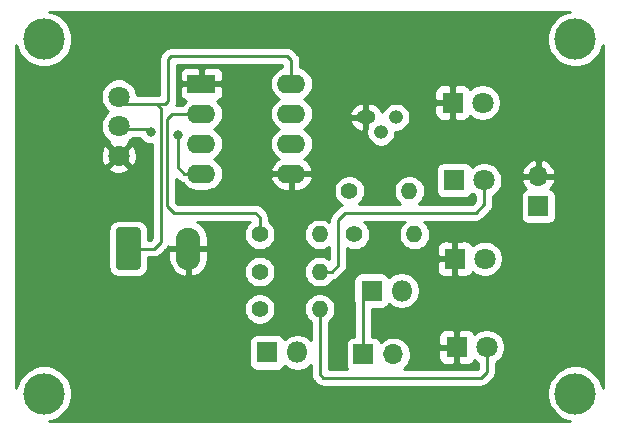
<source format=gbr>
%TF.GenerationSoftware,KiCad,Pcbnew,(5.1.12)-1*%
%TF.CreationDate,2023-08-26T19:26:49+05:30*%
%TF.ProjectId,IR PROXIMITY AUTOMATIC SANITIZER DISPENSER,49522050-524f-4584-994d-495459204155,rev?*%
%TF.SameCoordinates,Original*%
%TF.FileFunction,Copper,L1,Top*%
%TF.FilePolarity,Positive*%
%FSLAX46Y46*%
G04 Gerber Fmt 4.6, Leading zero omitted, Abs format (unit mm)*
G04 Created by KiCad (PCBNEW (5.1.12)-1) date 2023-08-26 19:26:49*
%MOMM*%
%LPD*%
G01*
G04 APERTURE LIST*
%TA.AperFunction,ComponentPad*%
%ADD10C,1.800000*%
%TD*%
%TA.AperFunction,ComponentPad*%
%ADD11O,2.400000X1.600000*%
%TD*%
%TA.AperFunction,ComponentPad*%
%ADD12R,2.400000X1.600000*%
%TD*%
%TA.AperFunction,ComponentPad*%
%ADD13O,1.400000X1.400000*%
%TD*%
%TA.AperFunction,ComponentPad*%
%ADD14C,1.400000*%
%TD*%
%TA.AperFunction,ComponentPad*%
%ADD15O,1.200000X1.200000*%
%TD*%
%TA.AperFunction,ComponentPad*%
%ADD16O,1.600000X1.200000*%
%TD*%
%TA.AperFunction,ComponentPad*%
%ADD17O,2.080000X3.600000*%
%TD*%
%TA.AperFunction,ComponentPad*%
%ADD18O,1.700000X1.700000*%
%TD*%
%TA.AperFunction,ComponentPad*%
%ADD19R,1.700000X1.700000*%
%TD*%
%TA.AperFunction,ComponentPad*%
%ADD20O,1.800000X1.800000*%
%TD*%
%TA.AperFunction,ComponentPad*%
%ADD21R,1.800000X1.800000*%
%TD*%
%TA.AperFunction,ViaPad*%
%ADD22C,3.500000*%
%TD*%
%TA.AperFunction,ViaPad*%
%ADD23C,0.800000*%
%TD*%
%TA.AperFunction,Conductor*%
%ADD24C,0.250000*%
%TD*%
%TA.AperFunction,Conductor*%
%ADD25C,0.254000*%
%TD*%
%TA.AperFunction,Conductor*%
%ADD26C,0.100000*%
%TD*%
G04 APERTURE END LIST*
D10*
%TO.P,RV1,1*%
%TO.N,VCC*%
X148340000Y-93860000D03*
%TO.P,RV1,2*%
%TO.N,Net-(RV1-Pad2)*%
X148340000Y-96360000D03*
%TO.P,RV1,3*%
%TO.N,Earth*%
X148340000Y-98860000D03*
%TD*%
D11*
%TO.P,U1,8*%
%TO.N,VCC*%
X162960000Y-92770000D03*
%TO.P,U1,4*%
%TO.N,Net-(RV1-Pad2)*%
X155340000Y-100390000D03*
%TO.P,U1,7*%
%TO.N,Net-(U1-Pad7)*%
X162960000Y-95310000D03*
%TO.P,U1,3*%
%TO.N,Net-(U1-Pad3)*%
X155340000Y-97850000D03*
%TO.P,U1,6*%
%TO.N,Net-(U1-Pad6)*%
X162960000Y-97850000D03*
%TO.P,U1,2*%
%TO.N,Net-(R4-Pad2)*%
X155340000Y-95310000D03*
%TO.P,U1,5*%
%TO.N,Earth*%
X162960000Y-100390000D03*
D12*
%TO.P,U1,1*%
X155340000Y-92770000D03*
%TD*%
D13*
%TO.P,R5,2*%
%TO.N,Net-(D3-Pad2)*%
X165345001Y-105525001D03*
D14*
%TO.P,R5,1*%
%TO.N,Net-(R4-Pad2)*%
X160265001Y-105525001D03*
%TD*%
D13*
%TO.P,R4,2*%
%TO.N,Net-(R4-Pad2)*%
X172950000Y-101840000D03*
D14*
%TO.P,R4,1*%
%TO.N,Net-(Q1-Pad2)*%
X167870000Y-101840000D03*
%TD*%
D13*
%TO.P,R3,2*%
%TO.N,Net-(D4-Pad2)*%
X165345001Y-108675001D03*
D14*
%TO.P,R3,1*%
%TO.N,VCC*%
X160265001Y-108675001D03*
%TD*%
D13*
%TO.P,R2,2*%
%TO.N,Net-(D2-Pad2)*%
X173375001Y-105525001D03*
D14*
%TO.P,R2,1*%
%TO.N,VCC*%
X168295001Y-105525001D03*
%TD*%
D13*
%TO.P,R1,2*%
%TO.N,Net-(D1-Pad2)*%
X165345001Y-111825001D03*
D14*
%TO.P,R1,1*%
%TO.N,VCC*%
X160265001Y-111825001D03*
%TD*%
D15*
%TO.P,Q1,3*%
%TO.N,Net-(D4-Pad1)*%
X171800000Y-95600000D03*
%TO.P,Q1,2*%
%TO.N,Net-(Q1-Pad2)*%
X170530000Y-96870000D03*
D16*
%TO.P,Q1,1*%
%TO.N,Earth*%
X169260000Y-95600000D03*
%TD*%
D17*
%TO.P,J2,2*%
%TO.N,Earth*%
X154225001Y-106720001D03*
%TO.P,J2,1*%
%TO.N,VCC*%
%TA.AperFunction,ComponentPad*%
G36*
G01*
X148105001Y-108270002D02*
X148105001Y-105170000D01*
G75*
G02*
X148355000Y-104920001I249999J0D01*
G01*
X149935002Y-104920001D01*
G75*
G02*
X150185001Y-105170000I0J-249999D01*
G01*
X150185001Y-108270002D01*
G75*
G02*
X149935002Y-108520001I-249999J0D01*
G01*
X148355000Y-108520001D01*
G75*
G02*
X148105001Y-108270002I0J249999D01*
G01*
G37*
%TD.AperFunction*%
%TD*%
D18*
%TO.P,J1,2*%
%TO.N,Net-(D4-Pad1)*%
X171590000Y-115680000D03*
D19*
%TO.P,J1,1*%
%TO.N,VCC*%
X169050000Y-115680000D03*
%TD*%
D20*
%TO.P,D6,2*%
%TO.N,Net-(BT1-Pad1)*%
X163455001Y-115525001D03*
D21*
%TO.P,D6,1*%
%TO.N,VCC*%
X160915001Y-115525001D03*
%TD*%
D20*
%TO.P,D5,2*%
%TO.N,Net-(D4-Pad1)*%
X172280000Y-110280000D03*
D21*
%TO.P,D5,1*%
%TO.N,VCC*%
X169740000Y-110280000D03*
%TD*%
D10*
%TO.P,D4,2*%
%TO.N,Net-(D4-Pad2)*%
X179280000Y-100940000D03*
D21*
%TO.P,D4,1*%
%TO.N,Net-(D4-Pad1)*%
X176740000Y-100940000D03*
%TD*%
D10*
%TO.P,D3,2*%
%TO.N,Net-(D3-Pad2)*%
X179140000Y-94360000D03*
D21*
%TO.P,D3,1*%
%TO.N,Earth*%
X176600000Y-94360000D03*
%TD*%
D10*
%TO.P,D2,2*%
%TO.N,Net-(D2-Pad2)*%
X179340000Y-107580000D03*
D21*
%TO.P,D2,1*%
%TO.N,Earth*%
X176800000Y-107580000D03*
%TD*%
D10*
%TO.P,D1,2*%
%TO.N,Net-(D1-Pad2)*%
X179480000Y-115060000D03*
D21*
%TO.P,D1,1*%
%TO.N,Earth*%
X176940000Y-115060000D03*
%TD*%
D18*
%TO.P,BT1,2*%
%TO.N,Earth*%
X183870000Y-100610000D03*
D19*
%TO.P,BT1,1*%
%TO.N,Net-(BT1-Pad1)*%
X183870000Y-103150000D03*
%TD*%
D22*
%TO.N,*%
X142000000Y-89000000D03*
X187000000Y-89000000D03*
X187000000Y-119000000D03*
X142000000Y-119000000D03*
D23*
%TO.N,Net-(RV1-Pad2)*%
X153320000Y-97150000D03*
X151040000Y-96870000D03*
%TD*%
D24*
%TO.N,Net-(D1-Pad2)*%
X179480000Y-117210000D02*
X179480000Y-115060000D01*
X179040000Y-117650000D02*
X179480000Y-117210000D01*
X165620000Y-117650000D02*
X179040000Y-117650000D01*
X165345001Y-117375001D02*
X165620000Y-117650000D01*
X165345001Y-111825001D02*
X165345001Y-117375001D01*
%TO.N,Net-(D4-Pad2)*%
X165345001Y-108675001D02*
X166364999Y-108675001D01*
X166364999Y-108675001D02*
X166930000Y-108110000D01*
X166930000Y-108110000D02*
X166930000Y-104280000D01*
X166930000Y-104280000D02*
X167520000Y-103690000D01*
X167520000Y-103690000D02*
X178580000Y-103690000D01*
X179280000Y-102990000D02*
X179280000Y-100940000D01*
X178580000Y-103690000D02*
X179280000Y-102990000D01*
%TO.N,VCC*%
X169050000Y-110970000D02*
X169740000Y-110280000D01*
X169050000Y-115680000D02*
X169050000Y-110970000D01*
X162960000Y-92770000D02*
X162960000Y-90780000D01*
X162960000Y-90780000D02*
X162590000Y-90410000D01*
X152540000Y-94220000D02*
X152285000Y-94475000D01*
X162590000Y-90410000D02*
X152790000Y-90410000D01*
X152790000Y-90410000D02*
X152540000Y-90660000D01*
X152540000Y-90660000D02*
X152540000Y-94220000D01*
X152285000Y-94475000D02*
X151795000Y-94475000D01*
X151790000Y-94470000D02*
X151795000Y-94475000D01*
X148950000Y-94470000D02*
X151790000Y-94470000D01*
X148340000Y-93860000D02*
X148950000Y-94470000D01*
X151880000Y-106160000D02*
X151319999Y-106720001D01*
X151880000Y-94820000D02*
X151880000Y-106160000D01*
X151319999Y-106720001D02*
X149145001Y-106720001D01*
X151530000Y-94470000D02*
X151880000Y-94820000D01*
X151790000Y-94470000D02*
X151530000Y-94470000D01*
%TO.N,Net-(R4-Pad2)*%
X160265001Y-104055001D02*
X160265001Y-105525001D01*
X153000000Y-103690000D02*
X159900000Y-103690000D01*
X159900000Y-103690000D02*
X160265001Y-104055001D01*
X152460000Y-103150000D02*
X153000000Y-103690000D01*
X152460000Y-95730000D02*
X152460000Y-103150000D01*
X152880000Y-95310000D02*
X152460000Y-95730000D01*
X155340000Y-95310000D02*
X152880000Y-95310000D01*
%TO.N,Net-(RV1-Pad2)*%
X151040000Y-96870000D02*
X151040000Y-96870000D01*
X153320000Y-97150000D02*
X153320000Y-99860000D01*
X153850000Y-100390000D02*
X155340000Y-100390000D01*
X153320000Y-99860000D02*
X153850000Y-100390000D01*
X150770000Y-96600000D02*
X151040000Y-96870000D01*
X148580000Y-96600000D02*
X150770000Y-96600000D01*
X148340000Y-96360000D02*
X148580000Y-96600000D01*
%TD*%
D25*
%TO.N,Earth*%
X186304321Y-86706654D02*
X185870279Y-86886440D01*
X185479651Y-87147450D01*
X185147450Y-87479651D01*
X184886440Y-87870279D01*
X184706654Y-88304321D01*
X184615000Y-88765098D01*
X184615000Y-89234902D01*
X184706654Y-89695679D01*
X184886440Y-90129721D01*
X185147450Y-90520349D01*
X185479651Y-90852550D01*
X185870279Y-91113560D01*
X186304321Y-91293346D01*
X186765098Y-91385000D01*
X187234902Y-91385000D01*
X187695679Y-91293346D01*
X188129721Y-91113560D01*
X188520349Y-90852550D01*
X188852550Y-90520349D01*
X189113560Y-90129721D01*
X189293346Y-89695679D01*
X189340000Y-89461133D01*
X189340001Y-118538872D01*
X189293346Y-118304321D01*
X189113560Y-117870279D01*
X188852550Y-117479651D01*
X188520349Y-117147450D01*
X188129721Y-116886440D01*
X187695679Y-116706654D01*
X187234902Y-116615000D01*
X186765098Y-116615000D01*
X186304321Y-116706654D01*
X185870279Y-116886440D01*
X185479651Y-117147450D01*
X185147450Y-117479651D01*
X184886440Y-117870279D01*
X184706654Y-118304321D01*
X184615000Y-118765098D01*
X184615000Y-119234902D01*
X184706654Y-119695679D01*
X184886440Y-120129721D01*
X185147450Y-120520349D01*
X185479651Y-120852550D01*
X185870279Y-121113560D01*
X186304321Y-121293346D01*
X186538867Y-121340000D01*
X142461133Y-121340000D01*
X142695679Y-121293346D01*
X143129721Y-121113560D01*
X143520349Y-120852550D01*
X143852550Y-120520349D01*
X144113560Y-120129721D01*
X144293346Y-119695679D01*
X144385000Y-119234902D01*
X144385000Y-118765098D01*
X144293346Y-118304321D01*
X144113560Y-117870279D01*
X143852550Y-117479651D01*
X143520349Y-117147450D01*
X143129721Y-116886440D01*
X142695679Y-116706654D01*
X142234902Y-116615000D01*
X141765098Y-116615000D01*
X141304321Y-116706654D01*
X140870279Y-116886440D01*
X140479651Y-117147450D01*
X140147450Y-117479651D01*
X139886440Y-117870279D01*
X139706654Y-118304321D01*
X139660000Y-118538867D01*
X139660000Y-114625001D01*
X159376929Y-114625001D01*
X159376929Y-116425001D01*
X159389189Y-116549483D01*
X159425499Y-116669181D01*
X159484464Y-116779495D01*
X159563816Y-116876186D01*
X159660507Y-116955538D01*
X159770821Y-117014503D01*
X159890519Y-117050813D01*
X160015001Y-117063073D01*
X161815001Y-117063073D01*
X161939483Y-117050813D01*
X162059181Y-117014503D01*
X162169495Y-116955538D01*
X162266186Y-116876186D01*
X162345538Y-116779495D01*
X162404503Y-116669181D01*
X162410057Y-116650874D01*
X162476496Y-116717313D01*
X162727906Y-116885300D01*
X163007258Y-117001012D01*
X163303817Y-117060001D01*
X163606185Y-117060001D01*
X163902744Y-117001012D01*
X164182096Y-116885300D01*
X164433506Y-116717313D01*
X164585002Y-116565817D01*
X164585002Y-117337669D01*
X164581325Y-117375001D01*
X164585002Y-117412334D01*
X164593737Y-117501015D01*
X164595999Y-117523986D01*
X164639455Y-117667247D01*
X164710027Y-117799277D01*
X164781202Y-117886003D01*
X164805001Y-117915002D01*
X164833999Y-117938800D01*
X165056196Y-118160997D01*
X165079999Y-118190001D01*
X165195724Y-118284974D01*
X165327753Y-118355546D01*
X165471014Y-118399003D01*
X165582667Y-118410000D01*
X165582676Y-118410000D01*
X165619999Y-118413676D01*
X165657322Y-118410000D01*
X179002678Y-118410000D01*
X179040000Y-118413676D01*
X179077322Y-118410000D01*
X179077333Y-118410000D01*
X179188986Y-118399003D01*
X179332247Y-118355546D01*
X179464276Y-118284974D01*
X179580001Y-118190001D01*
X179603804Y-118160997D01*
X179990998Y-117773803D01*
X180020001Y-117750001D01*
X180087915Y-117667248D01*
X180114974Y-117634277D01*
X180185546Y-117502247D01*
X180212820Y-117412334D01*
X180229003Y-117358986D01*
X180240000Y-117247333D01*
X180240000Y-117247323D01*
X180243676Y-117210000D01*
X180240000Y-117172677D01*
X180240000Y-116398313D01*
X180458505Y-116252312D01*
X180672312Y-116038505D01*
X180840299Y-115787095D01*
X180956011Y-115507743D01*
X181015000Y-115211184D01*
X181015000Y-114908816D01*
X180956011Y-114612257D01*
X180840299Y-114332905D01*
X180672312Y-114081495D01*
X180458505Y-113867688D01*
X180207095Y-113699701D01*
X179927743Y-113583989D01*
X179631184Y-113525000D01*
X179328816Y-113525000D01*
X179032257Y-113583989D01*
X178752905Y-113699701D01*
X178501495Y-113867688D01*
X178435056Y-113934127D01*
X178429502Y-113915820D01*
X178370537Y-113805506D01*
X178291185Y-113708815D01*
X178194494Y-113629463D01*
X178084180Y-113570498D01*
X177964482Y-113534188D01*
X177840000Y-113521928D01*
X177225750Y-113525000D01*
X177067000Y-113683750D01*
X177067000Y-114933000D01*
X177087000Y-114933000D01*
X177087000Y-115187000D01*
X177067000Y-115187000D01*
X177067000Y-116436250D01*
X177225750Y-116595000D01*
X177840000Y-116598072D01*
X177964482Y-116585812D01*
X178084180Y-116549502D01*
X178194494Y-116490537D01*
X178291185Y-116411185D01*
X178370537Y-116314494D01*
X178429502Y-116204180D01*
X178435056Y-116185873D01*
X178501495Y-116252312D01*
X178720000Y-116398313D01*
X178720000Y-116890000D01*
X172452036Y-116890000D01*
X172536632Y-116833475D01*
X172743475Y-116626632D01*
X172905990Y-116383411D01*
X173017932Y-116113158D01*
X173048397Y-115960000D01*
X175401928Y-115960000D01*
X175414188Y-116084482D01*
X175450498Y-116204180D01*
X175509463Y-116314494D01*
X175588815Y-116411185D01*
X175685506Y-116490537D01*
X175795820Y-116549502D01*
X175915518Y-116585812D01*
X176040000Y-116598072D01*
X176654250Y-116595000D01*
X176813000Y-116436250D01*
X176813000Y-115187000D01*
X175563750Y-115187000D01*
X175405000Y-115345750D01*
X175401928Y-115960000D01*
X173048397Y-115960000D01*
X173075000Y-115826260D01*
X173075000Y-115533740D01*
X173017932Y-115246842D01*
X172905990Y-114976589D01*
X172743475Y-114733368D01*
X172536632Y-114526525D01*
X172293411Y-114364010D01*
X172023158Y-114252068D01*
X171736260Y-114195000D01*
X171443740Y-114195000D01*
X171156842Y-114252068D01*
X170886589Y-114364010D01*
X170643368Y-114526525D01*
X170511513Y-114658380D01*
X170489502Y-114585820D01*
X170430537Y-114475506D01*
X170351185Y-114378815D01*
X170254494Y-114299463D01*
X170144180Y-114240498D01*
X170024482Y-114204188D01*
X169900000Y-114191928D01*
X169810000Y-114191928D01*
X169810000Y-114160000D01*
X175401928Y-114160000D01*
X175405000Y-114774250D01*
X175563750Y-114933000D01*
X176813000Y-114933000D01*
X176813000Y-113683750D01*
X176654250Y-113525000D01*
X176040000Y-113521928D01*
X175915518Y-113534188D01*
X175795820Y-113570498D01*
X175685506Y-113629463D01*
X175588815Y-113708815D01*
X175509463Y-113805506D01*
X175450498Y-113915820D01*
X175414188Y-114035518D01*
X175401928Y-114160000D01*
X169810000Y-114160000D01*
X169810000Y-111818072D01*
X170640000Y-111818072D01*
X170764482Y-111805812D01*
X170884180Y-111769502D01*
X170994494Y-111710537D01*
X171091185Y-111631185D01*
X171170537Y-111534494D01*
X171229502Y-111424180D01*
X171235056Y-111405873D01*
X171301495Y-111472312D01*
X171552905Y-111640299D01*
X171832257Y-111756011D01*
X172128816Y-111815000D01*
X172431184Y-111815000D01*
X172727743Y-111756011D01*
X173007095Y-111640299D01*
X173258505Y-111472312D01*
X173472312Y-111258505D01*
X173640299Y-111007095D01*
X173756011Y-110727743D01*
X173815000Y-110431184D01*
X173815000Y-110128816D01*
X173756011Y-109832257D01*
X173640299Y-109552905D01*
X173472312Y-109301495D01*
X173258505Y-109087688D01*
X173007095Y-108919701D01*
X172727743Y-108803989D01*
X172431184Y-108745000D01*
X172128816Y-108745000D01*
X171832257Y-108803989D01*
X171552905Y-108919701D01*
X171301495Y-109087688D01*
X171235056Y-109154127D01*
X171229502Y-109135820D01*
X171170537Y-109025506D01*
X171091185Y-108928815D01*
X170994494Y-108849463D01*
X170884180Y-108790498D01*
X170764482Y-108754188D01*
X170640000Y-108741928D01*
X168840000Y-108741928D01*
X168715518Y-108754188D01*
X168595820Y-108790498D01*
X168485506Y-108849463D01*
X168388815Y-108928815D01*
X168309463Y-109025506D01*
X168250498Y-109135820D01*
X168214188Y-109255518D01*
X168201928Y-109380000D01*
X168201928Y-111180000D01*
X168214188Y-111304482D01*
X168250498Y-111424180D01*
X168290001Y-111498084D01*
X168290000Y-114191928D01*
X168200000Y-114191928D01*
X168075518Y-114204188D01*
X167955820Y-114240498D01*
X167845506Y-114299463D01*
X167748815Y-114378815D01*
X167669463Y-114475506D01*
X167610498Y-114585820D01*
X167574188Y-114705518D01*
X167561928Y-114830000D01*
X167561928Y-116530000D01*
X167574188Y-116654482D01*
X167610498Y-116774180D01*
X167669463Y-116884494D01*
X167673982Y-116890000D01*
X166105001Y-116890000D01*
X166105001Y-112922776D01*
X166196014Y-112861963D01*
X166381963Y-112676014D01*
X166528062Y-112457360D01*
X166628697Y-112214406D01*
X166680001Y-111956487D01*
X166680001Y-111693515D01*
X166628697Y-111435596D01*
X166528062Y-111192642D01*
X166381963Y-110973988D01*
X166196014Y-110788039D01*
X165977360Y-110641940D01*
X165734406Y-110541305D01*
X165476487Y-110490001D01*
X165213515Y-110490001D01*
X164955596Y-110541305D01*
X164712642Y-110641940D01*
X164493988Y-110788039D01*
X164308039Y-110973988D01*
X164161940Y-111192642D01*
X164061305Y-111435596D01*
X164010001Y-111693515D01*
X164010001Y-111956487D01*
X164061305Y-112214406D01*
X164161940Y-112457360D01*
X164308039Y-112676014D01*
X164493988Y-112861963D01*
X164585001Y-112922776D01*
X164585001Y-114484184D01*
X164433506Y-114332689D01*
X164182096Y-114164702D01*
X163902744Y-114048990D01*
X163606185Y-113990001D01*
X163303817Y-113990001D01*
X163007258Y-114048990D01*
X162727906Y-114164702D01*
X162476496Y-114332689D01*
X162410057Y-114399128D01*
X162404503Y-114380821D01*
X162345538Y-114270507D01*
X162266186Y-114173816D01*
X162169495Y-114094464D01*
X162059181Y-114035499D01*
X161939483Y-113999189D01*
X161815001Y-113986929D01*
X160015001Y-113986929D01*
X159890519Y-113999189D01*
X159770821Y-114035499D01*
X159660507Y-114094464D01*
X159563816Y-114173816D01*
X159484464Y-114270507D01*
X159425499Y-114380821D01*
X159389189Y-114500519D01*
X159376929Y-114625001D01*
X139660000Y-114625001D01*
X139660000Y-111693515D01*
X158930001Y-111693515D01*
X158930001Y-111956487D01*
X158981305Y-112214406D01*
X159081940Y-112457360D01*
X159228039Y-112676014D01*
X159413988Y-112861963D01*
X159632642Y-113008062D01*
X159875596Y-113108697D01*
X160133515Y-113160001D01*
X160396487Y-113160001D01*
X160654406Y-113108697D01*
X160897360Y-113008062D01*
X161116014Y-112861963D01*
X161301963Y-112676014D01*
X161448062Y-112457360D01*
X161548697Y-112214406D01*
X161600001Y-111956487D01*
X161600001Y-111693515D01*
X161548697Y-111435596D01*
X161448062Y-111192642D01*
X161301963Y-110973988D01*
X161116014Y-110788039D01*
X160897360Y-110641940D01*
X160654406Y-110541305D01*
X160396487Y-110490001D01*
X160133515Y-110490001D01*
X159875596Y-110541305D01*
X159632642Y-110641940D01*
X159413988Y-110788039D01*
X159228039Y-110973988D01*
X159081940Y-111192642D01*
X158981305Y-111435596D01*
X158930001Y-111693515D01*
X139660000Y-111693515D01*
X139660000Y-99924080D01*
X147455525Y-99924080D01*
X147539208Y-100178261D01*
X147811775Y-100309158D01*
X148104642Y-100384365D01*
X148406553Y-100400991D01*
X148705907Y-100358397D01*
X148991199Y-100258222D01*
X149140792Y-100178261D01*
X149224475Y-99924080D01*
X148340000Y-99039605D01*
X147455525Y-99924080D01*
X139660000Y-99924080D01*
X139660000Y-98926553D01*
X146799009Y-98926553D01*
X146841603Y-99225907D01*
X146941778Y-99511199D01*
X147021739Y-99660792D01*
X147275920Y-99744475D01*
X148160395Y-98860000D01*
X148519605Y-98860000D01*
X149404080Y-99744475D01*
X149658261Y-99660792D01*
X149789158Y-99388225D01*
X149864365Y-99095358D01*
X149880991Y-98793447D01*
X149838397Y-98494093D01*
X149738222Y-98208801D01*
X149658261Y-98059208D01*
X149404080Y-97975525D01*
X148519605Y-98860000D01*
X148160395Y-98860000D01*
X147275920Y-97975525D01*
X147021739Y-98059208D01*
X146890842Y-98331775D01*
X146815635Y-98624642D01*
X146799009Y-98926553D01*
X139660000Y-98926553D01*
X139660000Y-93708816D01*
X146805000Y-93708816D01*
X146805000Y-94011184D01*
X146863989Y-94307743D01*
X146979701Y-94587095D01*
X147147688Y-94838505D01*
X147361495Y-95052312D01*
X147447831Y-95110000D01*
X147361495Y-95167688D01*
X147147688Y-95381495D01*
X146979701Y-95632905D01*
X146863989Y-95912257D01*
X146805000Y-96208816D01*
X146805000Y-96511184D01*
X146863989Y-96807743D01*
X146979701Y-97087095D01*
X147147688Y-97338505D01*
X147361495Y-97552312D01*
X147504310Y-97647738D01*
X147455525Y-97795920D01*
X148340000Y-98680395D01*
X149224475Y-97795920D01*
X149175690Y-97647738D01*
X149318505Y-97552312D01*
X149510817Y-97360000D01*
X150122689Y-97360000D01*
X150122795Y-97360256D01*
X150236063Y-97529774D01*
X150380226Y-97673937D01*
X150549744Y-97787205D01*
X150738102Y-97865226D01*
X150938061Y-97905000D01*
X151120000Y-97905000D01*
X151120001Y-105845197D01*
X151005198Y-105960001D01*
X150823073Y-105960001D01*
X150823073Y-105170000D01*
X150806009Y-104996746D01*
X150755473Y-104830150D01*
X150673406Y-104676614D01*
X150562963Y-104542039D01*
X150428388Y-104431596D01*
X150274852Y-104349529D01*
X150108256Y-104298993D01*
X149935002Y-104281929D01*
X148355000Y-104281929D01*
X148181746Y-104298993D01*
X148015150Y-104349529D01*
X147861614Y-104431596D01*
X147727039Y-104542039D01*
X147616596Y-104676614D01*
X147534529Y-104830150D01*
X147483993Y-104996746D01*
X147466929Y-105170000D01*
X147466929Y-108270002D01*
X147483993Y-108443256D01*
X147534529Y-108609852D01*
X147616596Y-108763388D01*
X147727039Y-108897963D01*
X147861614Y-109008406D01*
X148015150Y-109090473D01*
X148181746Y-109141009D01*
X148355000Y-109158073D01*
X149935002Y-109158073D01*
X150108256Y-109141009D01*
X150274852Y-109090473D01*
X150428388Y-109008406D01*
X150562963Y-108897963D01*
X150673406Y-108763388D01*
X150755473Y-108609852D01*
X150806009Y-108443256D01*
X150823073Y-108270002D01*
X150823073Y-107480001D01*
X151282677Y-107480001D01*
X151319999Y-107483677D01*
X151357321Y-107480001D01*
X151357332Y-107480001D01*
X151468985Y-107469004D01*
X151612246Y-107425547D01*
X151744275Y-107354975D01*
X151860000Y-107260002D01*
X151883802Y-107230999D01*
X152267800Y-106847001D01*
X152550001Y-106847001D01*
X152550001Y-107607001D01*
X152606962Y-107931337D01*
X152726103Y-108238328D01*
X152902846Y-108516177D01*
X153130399Y-108754207D01*
X153400017Y-108943270D01*
X153701338Y-109076100D01*
X153838291Y-109109749D01*
X154098001Y-108990923D01*
X154098001Y-106847001D01*
X154352001Y-106847001D01*
X154352001Y-108990923D01*
X154611711Y-109109749D01*
X154748664Y-109076100D01*
X155049985Y-108943270D01*
X155319603Y-108754207D01*
X155521021Y-108543515D01*
X158930001Y-108543515D01*
X158930001Y-108806487D01*
X158981305Y-109064406D01*
X159081940Y-109307360D01*
X159228039Y-109526014D01*
X159413988Y-109711963D01*
X159632642Y-109858062D01*
X159875596Y-109958697D01*
X160133515Y-110010001D01*
X160396487Y-110010001D01*
X160654406Y-109958697D01*
X160897360Y-109858062D01*
X161116014Y-109711963D01*
X161301963Y-109526014D01*
X161448062Y-109307360D01*
X161548697Y-109064406D01*
X161600001Y-108806487D01*
X161600001Y-108543515D01*
X161548697Y-108285596D01*
X161448062Y-108042642D01*
X161301963Y-107823988D01*
X161116014Y-107638039D01*
X160897360Y-107491940D01*
X160654406Y-107391305D01*
X160396487Y-107340001D01*
X160133515Y-107340001D01*
X159875596Y-107391305D01*
X159632642Y-107491940D01*
X159413988Y-107638039D01*
X159228039Y-107823988D01*
X159081940Y-108042642D01*
X158981305Y-108285596D01*
X158930001Y-108543515D01*
X155521021Y-108543515D01*
X155547156Y-108516177D01*
X155723899Y-108238328D01*
X155843040Y-107931337D01*
X155900001Y-107607001D01*
X155900001Y-106847001D01*
X154352001Y-106847001D01*
X154098001Y-106847001D01*
X152550001Y-106847001D01*
X152267800Y-106847001D01*
X152391002Y-106723800D01*
X152420001Y-106700001D01*
X152507814Y-106593001D01*
X152514974Y-106584277D01*
X152550001Y-106518747D01*
X152550001Y-106593001D01*
X154098001Y-106593001D01*
X154098001Y-106573001D01*
X154352001Y-106573001D01*
X154352001Y-106593001D01*
X155900001Y-106593001D01*
X155900001Y-105833001D01*
X155843040Y-105508665D01*
X155723899Y-105201674D01*
X155547156Y-104923825D01*
X155319603Y-104685795D01*
X155049985Y-104496732D01*
X154943975Y-104450000D01*
X159470918Y-104450000D01*
X159413988Y-104488039D01*
X159228039Y-104673988D01*
X159081940Y-104892642D01*
X158981305Y-105135596D01*
X158930001Y-105393515D01*
X158930001Y-105656487D01*
X158981305Y-105914406D01*
X159081940Y-106157360D01*
X159228039Y-106376014D01*
X159413988Y-106561963D01*
X159632642Y-106708062D01*
X159875596Y-106808697D01*
X160133515Y-106860001D01*
X160396487Y-106860001D01*
X160654406Y-106808697D01*
X160897360Y-106708062D01*
X161116014Y-106561963D01*
X161301963Y-106376014D01*
X161448062Y-106157360D01*
X161548697Y-105914406D01*
X161600001Y-105656487D01*
X161600001Y-105393515D01*
X164010001Y-105393515D01*
X164010001Y-105656487D01*
X164061305Y-105914406D01*
X164161940Y-106157360D01*
X164308039Y-106376014D01*
X164493988Y-106561963D01*
X164712642Y-106708062D01*
X164955596Y-106808697D01*
X165213515Y-106860001D01*
X165476487Y-106860001D01*
X165734406Y-106808697D01*
X165977360Y-106708062D01*
X166170000Y-106579345D01*
X166170000Y-107620657D01*
X165977360Y-107491940D01*
X165734406Y-107391305D01*
X165476487Y-107340001D01*
X165213515Y-107340001D01*
X164955596Y-107391305D01*
X164712642Y-107491940D01*
X164493988Y-107638039D01*
X164308039Y-107823988D01*
X164161940Y-108042642D01*
X164061305Y-108285596D01*
X164010001Y-108543515D01*
X164010001Y-108806487D01*
X164061305Y-109064406D01*
X164161940Y-109307360D01*
X164308039Y-109526014D01*
X164493988Y-109711963D01*
X164712642Y-109858062D01*
X164955596Y-109958697D01*
X165213515Y-110010001D01*
X165476487Y-110010001D01*
X165734406Y-109958697D01*
X165977360Y-109858062D01*
X166196014Y-109711963D01*
X166381963Y-109526014D01*
X166445625Y-109430737D01*
X166513985Y-109424004D01*
X166657246Y-109380547D01*
X166789275Y-109309975D01*
X166905000Y-109215002D01*
X166928802Y-109185999D01*
X167441004Y-108673798D01*
X167470001Y-108650001D01*
X167502950Y-108609852D01*
X167564974Y-108534277D01*
X167593985Y-108480000D01*
X175261928Y-108480000D01*
X175274188Y-108604482D01*
X175310498Y-108724180D01*
X175369463Y-108834494D01*
X175448815Y-108931185D01*
X175545506Y-109010537D01*
X175655820Y-109069502D01*
X175775518Y-109105812D01*
X175900000Y-109118072D01*
X176514250Y-109115000D01*
X176673000Y-108956250D01*
X176673000Y-107707000D01*
X175423750Y-107707000D01*
X175265000Y-107865750D01*
X175261928Y-108480000D01*
X167593985Y-108480000D01*
X167635546Y-108402247D01*
X167641459Y-108382754D01*
X167679003Y-108258986D01*
X167690000Y-108147333D01*
X167690000Y-108147324D01*
X167693676Y-108110001D01*
X167690000Y-108072678D01*
X167690000Y-106719394D01*
X167905596Y-106808697D01*
X168163515Y-106860001D01*
X168426487Y-106860001D01*
X168684406Y-106808697D01*
X168927360Y-106708062D01*
X169146014Y-106561963D01*
X169331963Y-106376014D01*
X169478062Y-106157360D01*
X169578697Y-105914406D01*
X169630001Y-105656487D01*
X169630001Y-105393515D01*
X169578697Y-105135596D01*
X169478062Y-104892642D01*
X169331963Y-104673988D01*
X169146014Y-104488039D01*
X169089084Y-104450000D01*
X172580918Y-104450000D01*
X172523988Y-104488039D01*
X172338039Y-104673988D01*
X172191940Y-104892642D01*
X172091305Y-105135596D01*
X172040001Y-105393515D01*
X172040001Y-105656487D01*
X172091305Y-105914406D01*
X172191940Y-106157360D01*
X172338039Y-106376014D01*
X172523988Y-106561963D01*
X172742642Y-106708062D01*
X172985596Y-106808697D01*
X173243515Y-106860001D01*
X173506487Y-106860001D01*
X173764406Y-106808697D01*
X174007360Y-106708062D01*
X174049358Y-106680000D01*
X175261928Y-106680000D01*
X175265000Y-107294250D01*
X175423750Y-107453000D01*
X176673000Y-107453000D01*
X176673000Y-106203750D01*
X176927000Y-106203750D01*
X176927000Y-107453000D01*
X176947000Y-107453000D01*
X176947000Y-107707000D01*
X176927000Y-107707000D01*
X176927000Y-108956250D01*
X177085750Y-109115000D01*
X177700000Y-109118072D01*
X177824482Y-109105812D01*
X177944180Y-109069502D01*
X178054494Y-109010537D01*
X178151185Y-108931185D01*
X178230537Y-108834494D01*
X178289502Y-108724180D01*
X178295056Y-108705873D01*
X178361495Y-108772312D01*
X178612905Y-108940299D01*
X178892257Y-109056011D01*
X179188816Y-109115000D01*
X179491184Y-109115000D01*
X179787743Y-109056011D01*
X180067095Y-108940299D01*
X180318505Y-108772312D01*
X180532312Y-108558505D01*
X180700299Y-108307095D01*
X180816011Y-108027743D01*
X180875000Y-107731184D01*
X180875000Y-107428816D01*
X180816011Y-107132257D01*
X180700299Y-106852905D01*
X180532312Y-106601495D01*
X180318505Y-106387688D01*
X180067095Y-106219701D01*
X179787743Y-106103989D01*
X179491184Y-106045000D01*
X179188816Y-106045000D01*
X178892257Y-106103989D01*
X178612905Y-106219701D01*
X178361495Y-106387688D01*
X178295056Y-106454127D01*
X178289502Y-106435820D01*
X178230537Y-106325506D01*
X178151185Y-106228815D01*
X178054494Y-106149463D01*
X177944180Y-106090498D01*
X177824482Y-106054188D01*
X177700000Y-106041928D01*
X177085750Y-106045000D01*
X176927000Y-106203750D01*
X176673000Y-106203750D01*
X176514250Y-106045000D01*
X175900000Y-106041928D01*
X175775518Y-106054188D01*
X175655820Y-106090498D01*
X175545506Y-106149463D01*
X175448815Y-106228815D01*
X175369463Y-106325506D01*
X175310498Y-106435820D01*
X175274188Y-106555518D01*
X175261928Y-106680000D01*
X174049358Y-106680000D01*
X174226014Y-106561963D01*
X174411963Y-106376014D01*
X174558062Y-106157360D01*
X174658697Y-105914406D01*
X174710001Y-105656487D01*
X174710001Y-105393515D01*
X174658697Y-105135596D01*
X174558062Y-104892642D01*
X174411963Y-104673988D01*
X174226014Y-104488039D01*
X174169084Y-104450000D01*
X178542678Y-104450000D01*
X178580000Y-104453676D01*
X178617322Y-104450000D01*
X178617333Y-104450000D01*
X178728986Y-104439003D01*
X178872247Y-104395546D01*
X179004276Y-104324974D01*
X179120001Y-104230001D01*
X179143803Y-104200998D01*
X179791009Y-103553794D01*
X179820001Y-103530001D01*
X179843795Y-103501008D01*
X179843799Y-103501004D01*
X179914973Y-103414277D01*
X179914974Y-103414276D01*
X179985546Y-103282247D01*
X180029003Y-103138986D01*
X180040000Y-103027333D01*
X180040000Y-103027324D01*
X180043676Y-102990001D01*
X180040000Y-102952678D01*
X180040000Y-102300000D01*
X182381928Y-102300000D01*
X182381928Y-104000000D01*
X182394188Y-104124482D01*
X182430498Y-104244180D01*
X182489463Y-104354494D01*
X182568815Y-104451185D01*
X182665506Y-104530537D01*
X182775820Y-104589502D01*
X182895518Y-104625812D01*
X183020000Y-104638072D01*
X184720000Y-104638072D01*
X184844482Y-104625812D01*
X184964180Y-104589502D01*
X185074494Y-104530537D01*
X185171185Y-104451185D01*
X185250537Y-104354494D01*
X185309502Y-104244180D01*
X185345812Y-104124482D01*
X185358072Y-104000000D01*
X185358072Y-102300000D01*
X185345812Y-102175518D01*
X185309502Y-102055820D01*
X185250537Y-101945506D01*
X185171185Y-101848815D01*
X185074494Y-101769463D01*
X184964180Y-101710498D01*
X184883534Y-101686034D01*
X184967588Y-101610269D01*
X185141641Y-101376920D01*
X185266825Y-101114099D01*
X185311476Y-100966890D01*
X185190155Y-100737000D01*
X183997000Y-100737000D01*
X183997000Y-100757000D01*
X183743000Y-100757000D01*
X183743000Y-100737000D01*
X182549845Y-100737000D01*
X182428524Y-100966890D01*
X182473175Y-101114099D01*
X182598359Y-101376920D01*
X182772412Y-101610269D01*
X182856466Y-101686034D01*
X182775820Y-101710498D01*
X182665506Y-101769463D01*
X182568815Y-101848815D01*
X182489463Y-101945506D01*
X182430498Y-102055820D01*
X182394188Y-102175518D01*
X182381928Y-102300000D01*
X180040000Y-102300000D01*
X180040000Y-102278313D01*
X180258505Y-102132312D01*
X180472312Y-101918505D01*
X180640299Y-101667095D01*
X180756011Y-101387743D01*
X180815000Y-101091184D01*
X180815000Y-100788816D01*
X180756011Y-100492257D01*
X180656953Y-100253110D01*
X182428524Y-100253110D01*
X182549845Y-100483000D01*
X183743000Y-100483000D01*
X183743000Y-99289186D01*
X183997000Y-99289186D01*
X183997000Y-100483000D01*
X185190155Y-100483000D01*
X185311476Y-100253110D01*
X185266825Y-100105901D01*
X185141641Y-99843080D01*
X184967588Y-99609731D01*
X184751355Y-99414822D01*
X184501252Y-99265843D01*
X184226891Y-99168519D01*
X183997000Y-99289186D01*
X183743000Y-99289186D01*
X183513109Y-99168519D01*
X183238748Y-99265843D01*
X182988645Y-99414822D01*
X182772412Y-99609731D01*
X182598359Y-99843080D01*
X182473175Y-100105901D01*
X182428524Y-100253110D01*
X180656953Y-100253110D01*
X180640299Y-100212905D01*
X180472312Y-99961495D01*
X180258505Y-99747688D01*
X180007095Y-99579701D01*
X179727743Y-99463989D01*
X179431184Y-99405000D01*
X179128816Y-99405000D01*
X178832257Y-99463989D01*
X178552905Y-99579701D01*
X178301495Y-99747688D01*
X178235056Y-99814127D01*
X178229502Y-99795820D01*
X178170537Y-99685506D01*
X178091185Y-99588815D01*
X177994494Y-99509463D01*
X177884180Y-99450498D01*
X177764482Y-99414188D01*
X177640000Y-99401928D01*
X175840000Y-99401928D01*
X175715518Y-99414188D01*
X175595820Y-99450498D01*
X175485506Y-99509463D01*
X175388815Y-99588815D01*
X175309463Y-99685506D01*
X175250498Y-99795820D01*
X175214188Y-99915518D01*
X175201928Y-100040000D01*
X175201928Y-101840000D01*
X175214188Y-101964482D01*
X175250498Y-102084180D01*
X175309463Y-102194494D01*
X175388815Y-102291185D01*
X175485506Y-102370537D01*
X175595820Y-102429502D01*
X175715518Y-102465812D01*
X175840000Y-102478072D01*
X177640000Y-102478072D01*
X177764482Y-102465812D01*
X177884180Y-102429502D01*
X177994494Y-102370537D01*
X178091185Y-102291185D01*
X178170537Y-102194494D01*
X178229502Y-102084180D01*
X178235056Y-102065873D01*
X178301495Y-102132312D01*
X178520000Y-102278313D01*
X178520000Y-102675197D01*
X178265198Y-102930000D01*
X173721636Y-102930000D01*
X173801013Y-102876962D01*
X173986962Y-102691013D01*
X174133061Y-102472359D01*
X174233696Y-102229405D01*
X174285000Y-101971486D01*
X174285000Y-101708514D01*
X174233696Y-101450595D01*
X174133061Y-101207641D01*
X173986962Y-100988987D01*
X173801013Y-100803038D01*
X173582359Y-100656939D01*
X173339405Y-100556304D01*
X173081486Y-100505000D01*
X172818514Y-100505000D01*
X172560595Y-100556304D01*
X172317641Y-100656939D01*
X172098987Y-100803038D01*
X171913038Y-100988987D01*
X171766939Y-101207641D01*
X171666304Y-101450595D01*
X171615000Y-101708514D01*
X171615000Y-101971486D01*
X171666304Y-102229405D01*
X171766939Y-102472359D01*
X171913038Y-102691013D01*
X172098987Y-102876962D01*
X172178364Y-102930000D01*
X168641636Y-102930000D01*
X168721013Y-102876962D01*
X168906962Y-102691013D01*
X169053061Y-102472359D01*
X169153696Y-102229405D01*
X169205000Y-101971486D01*
X169205000Y-101708514D01*
X169153696Y-101450595D01*
X169053061Y-101207641D01*
X168906962Y-100988987D01*
X168721013Y-100803038D01*
X168502359Y-100656939D01*
X168259405Y-100556304D01*
X168001486Y-100505000D01*
X167738514Y-100505000D01*
X167480595Y-100556304D01*
X167237641Y-100656939D01*
X167018987Y-100803038D01*
X166833038Y-100988987D01*
X166686939Y-101207641D01*
X166586304Y-101450595D01*
X166535000Y-101708514D01*
X166535000Y-101971486D01*
X166586304Y-102229405D01*
X166686939Y-102472359D01*
X166833038Y-102691013D01*
X167018987Y-102876962D01*
X167201146Y-102998676D01*
X167095723Y-103055026D01*
X167012083Y-103123668D01*
X166979999Y-103149999D01*
X166956201Y-103178997D01*
X166418998Y-103716201D01*
X166390000Y-103739999D01*
X166366202Y-103768997D01*
X166366201Y-103768998D01*
X166295026Y-103855724D01*
X166224454Y-103987754D01*
X166215380Y-104017669D01*
X166182980Y-104124482D01*
X166180998Y-104131015D01*
X166166324Y-104280000D01*
X166170001Y-104317332D01*
X166170001Y-104470658D01*
X165977360Y-104341940D01*
X165734406Y-104241305D01*
X165476487Y-104190001D01*
X165213515Y-104190001D01*
X164955596Y-104241305D01*
X164712642Y-104341940D01*
X164493988Y-104488039D01*
X164308039Y-104673988D01*
X164161940Y-104892642D01*
X164061305Y-105135596D01*
X164010001Y-105393515D01*
X161600001Y-105393515D01*
X161548697Y-105135596D01*
X161448062Y-104892642D01*
X161301963Y-104673988D01*
X161116014Y-104488039D01*
X161025001Y-104427226D01*
X161025001Y-104092323D01*
X161028677Y-104055000D01*
X161025001Y-104017677D01*
X161025001Y-104017668D01*
X161014004Y-103906015D01*
X160970547Y-103762754D01*
X160899975Y-103630725D01*
X160805002Y-103515000D01*
X160775999Y-103491198D01*
X160463804Y-103179003D01*
X160440001Y-103149999D01*
X160324276Y-103055026D01*
X160192247Y-102984454D01*
X160048986Y-102940997D01*
X159937333Y-102930000D01*
X159937322Y-102930000D01*
X159900000Y-102926324D01*
X159862678Y-102930000D01*
X153314802Y-102930000D01*
X153220000Y-102835199D01*
X153220000Y-100834802D01*
X153286200Y-100901002D01*
X153309999Y-100930001D01*
X153425724Y-101024974D01*
X153557753Y-101095546D01*
X153701014Y-101139003D01*
X153713899Y-101140272D01*
X153741068Y-101191101D01*
X153920392Y-101409608D01*
X154138899Y-101588932D01*
X154388192Y-101722182D01*
X154658691Y-101804236D01*
X154869508Y-101825000D01*
X155810492Y-101825000D01*
X156021309Y-101804236D01*
X156291808Y-101722182D01*
X156541101Y-101588932D01*
X156759608Y-101409608D01*
X156938932Y-101191101D01*
X157072182Y-100941808D01*
X157133690Y-100739039D01*
X161168096Y-100739039D01*
X161185633Y-100821818D01*
X161296285Y-101081646D01*
X161455500Y-101314895D01*
X161657161Y-101512601D01*
X161893517Y-101667166D01*
X162155486Y-101772650D01*
X162433000Y-101825000D01*
X162833000Y-101825000D01*
X162833000Y-100517000D01*
X163087000Y-100517000D01*
X163087000Y-101825000D01*
X163487000Y-101825000D01*
X163764514Y-101772650D01*
X164026483Y-101667166D01*
X164262839Y-101512601D01*
X164464500Y-101314895D01*
X164623715Y-101081646D01*
X164734367Y-100821818D01*
X164751904Y-100739039D01*
X164629915Y-100517000D01*
X163087000Y-100517000D01*
X162833000Y-100517000D01*
X161290085Y-100517000D01*
X161168096Y-100739039D01*
X157133690Y-100739039D01*
X157154236Y-100671309D01*
X157181943Y-100390000D01*
X157154236Y-100108691D01*
X157072182Y-99838192D01*
X156938932Y-99588899D01*
X156759608Y-99370392D01*
X156541101Y-99191068D01*
X156408142Y-99120000D01*
X156541101Y-99048932D01*
X156759608Y-98869608D01*
X156938932Y-98651101D01*
X157072182Y-98401808D01*
X157154236Y-98131309D01*
X157181943Y-97850000D01*
X157154236Y-97568691D01*
X157072182Y-97298192D01*
X156938932Y-97048899D01*
X156759608Y-96830392D01*
X156541101Y-96651068D01*
X156408142Y-96580000D01*
X156541101Y-96508932D01*
X156759608Y-96329608D01*
X156938932Y-96111101D01*
X157072182Y-95861808D01*
X157154236Y-95591309D01*
X157181943Y-95310000D01*
X157154236Y-95028691D01*
X157072182Y-94758192D01*
X156938932Y-94508899D01*
X156759608Y-94290392D01*
X156646518Y-94197581D01*
X156664482Y-94195812D01*
X156784180Y-94159502D01*
X156894494Y-94100537D01*
X156991185Y-94021185D01*
X157070537Y-93924494D01*
X157129502Y-93814180D01*
X157165812Y-93694482D01*
X157178072Y-93570000D01*
X157175000Y-93055750D01*
X157016250Y-92897000D01*
X155467000Y-92897000D01*
X155467000Y-92917000D01*
X155213000Y-92917000D01*
X155213000Y-92897000D01*
X153663750Y-92897000D01*
X153505000Y-93055750D01*
X153501928Y-93570000D01*
X153514188Y-93694482D01*
X153550498Y-93814180D01*
X153609463Y-93924494D01*
X153688815Y-94021185D01*
X153785506Y-94100537D01*
X153895820Y-94159502D01*
X154015518Y-94195812D01*
X154033482Y-94197581D01*
X153920392Y-94290392D01*
X153741068Y-94508899D01*
X153719099Y-94550000D01*
X153225366Y-94550000D01*
X153245546Y-94512247D01*
X153289003Y-94368986D01*
X153300000Y-94257333D01*
X153300000Y-94257324D01*
X153303676Y-94220001D01*
X153300000Y-94182678D01*
X153300000Y-91970000D01*
X153501928Y-91970000D01*
X153505000Y-92484250D01*
X153663750Y-92643000D01*
X155213000Y-92643000D01*
X155213000Y-91493750D01*
X155467000Y-91493750D01*
X155467000Y-92643000D01*
X157016250Y-92643000D01*
X157175000Y-92484250D01*
X157178072Y-91970000D01*
X157165812Y-91845518D01*
X157129502Y-91725820D01*
X157070537Y-91615506D01*
X156991185Y-91518815D01*
X156894494Y-91439463D01*
X156784180Y-91380498D01*
X156664482Y-91344188D01*
X156540000Y-91331928D01*
X155625750Y-91335000D01*
X155467000Y-91493750D01*
X155213000Y-91493750D01*
X155054250Y-91335000D01*
X154140000Y-91331928D01*
X154015518Y-91344188D01*
X153895820Y-91380498D01*
X153785506Y-91439463D01*
X153688815Y-91518815D01*
X153609463Y-91615506D01*
X153550498Y-91725820D01*
X153514188Y-91845518D01*
X153501928Y-91970000D01*
X153300000Y-91970000D01*
X153300000Y-91170000D01*
X162200001Y-91170000D01*
X162200001Y-91379634D01*
X162008192Y-91437818D01*
X161758899Y-91571068D01*
X161540392Y-91750392D01*
X161361068Y-91968899D01*
X161227818Y-92218192D01*
X161145764Y-92488691D01*
X161118057Y-92770000D01*
X161145764Y-93051309D01*
X161227818Y-93321808D01*
X161361068Y-93571101D01*
X161540392Y-93789608D01*
X161758899Y-93968932D01*
X161891858Y-94040000D01*
X161758899Y-94111068D01*
X161540392Y-94290392D01*
X161361068Y-94508899D01*
X161227818Y-94758192D01*
X161145764Y-95028691D01*
X161118057Y-95310000D01*
X161145764Y-95591309D01*
X161227818Y-95861808D01*
X161361068Y-96111101D01*
X161540392Y-96329608D01*
X161758899Y-96508932D01*
X161891858Y-96580000D01*
X161758899Y-96651068D01*
X161540392Y-96830392D01*
X161361068Y-97048899D01*
X161227818Y-97298192D01*
X161145764Y-97568691D01*
X161118057Y-97850000D01*
X161145764Y-98131309D01*
X161227818Y-98401808D01*
X161361068Y-98651101D01*
X161540392Y-98869608D01*
X161758899Y-99048932D01*
X161886741Y-99117265D01*
X161657161Y-99267399D01*
X161455500Y-99465105D01*
X161296285Y-99698354D01*
X161185633Y-99958182D01*
X161168096Y-100040961D01*
X161290085Y-100263000D01*
X162833000Y-100263000D01*
X162833000Y-100243000D01*
X163087000Y-100243000D01*
X163087000Y-100263000D01*
X164629915Y-100263000D01*
X164751904Y-100040961D01*
X164734367Y-99958182D01*
X164623715Y-99698354D01*
X164464500Y-99465105D01*
X164262839Y-99267399D01*
X164033259Y-99117265D01*
X164161101Y-99048932D01*
X164379608Y-98869608D01*
X164558932Y-98651101D01*
X164692182Y-98401808D01*
X164774236Y-98131309D01*
X164801943Y-97850000D01*
X164774236Y-97568691D01*
X164692182Y-97298192D01*
X164558932Y-97048899D01*
X164379608Y-96830392D01*
X164161101Y-96651068D01*
X164028142Y-96580000D01*
X164161101Y-96508932D01*
X164379608Y-96329608D01*
X164558932Y-96111101D01*
X164662355Y-95917609D01*
X167866538Y-95917609D01*
X167872523Y-95960162D01*
X167965604Y-96184907D01*
X168100742Y-96387174D01*
X168272744Y-96559191D01*
X168475000Y-96694346D01*
X168699737Y-96787446D01*
X168938319Y-96834913D01*
X169047083Y-96748363D01*
X169295000Y-96748363D01*
X169295000Y-96991637D01*
X169342460Y-97230236D01*
X169435557Y-97454992D01*
X169570713Y-97657267D01*
X169742733Y-97829287D01*
X169945008Y-97964443D01*
X170169764Y-98057540D01*
X170408363Y-98105000D01*
X170651637Y-98105000D01*
X170890236Y-98057540D01*
X171114992Y-97964443D01*
X171317267Y-97829287D01*
X171489287Y-97657267D01*
X171624443Y-97454992D01*
X171717540Y-97230236D01*
X171765000Y-96991637D01*
X171765000Y-96835000D01*
X171921637Y-96835000D01*
X172160236Y-96787540D01*
X172384992Y-96694443D01*
X172587267Y-96559287D01*
X172759287Y-96387267D01*
X172894443Y-96184992D01*
X172987540Y-95960236D01*
X173035000Y-95721637D01*
X173035000Y-95478363D01*
X172991566Y-95260000D01*
X175061928Y-95260000D01*
X175074188Y-95384482D01*
X175110498Y-95504180D01*
X175169463Y-95614494D01*
X175248815Y-95711185D01*
X175345506Y-95790537D01*
X175455820Y-95849502D01*
X175575518Y-95885812D01*
X175700000Y-95898072D01*
X176314250Y-95895000D01*
X176473000Y-95736250D01*
X176473000Y-94487000D01*
X175223750Y-94487000D01*
X175065000Y-94645750D01*
X175061928Y-95260000D01*
X172991566Y-95260000D01*
X172987540Y-95239764D01*
X172894443Y-95015008D01*
X172759287Y-94812733D01*
X172587267Y-94640713D01*
X172384992Y-94505557D01*
X172160236Y-94412460D01*
X171921637Y-94365000D01*
X171678363Y-94365000D01*
X171439764Y-94412460D01*
X171215008Y-94505557D01*
X171012733Y-94640713D01*
X170840713Y-94812733D01*
X170705557Y-95015008D01*
X170629954Y-95197529D01*
X170554396Y-95015093D01*
X170419258Y-94812826D01*
X170247256Y-94640809D01*
X170045000Y-94505654D01*
X169820263Y-94412554D01*
X169581681Y-94365087D01*
X169387000Y-94520006D01*
X169387000Y-95473000D01*
X169407000Y-95473000D01*
X169407000Y-95727000D01*
X169387000Y-95727000D01*
X169387000Y-96402235D01*
X169342460Y-96509764D01*
X169295000Y-96748363D01*
X169047083Y-96748363D01*
X169133000Y-96679994D01*
X169133000Y-95727000D01*
X167991269Y-95727000D01*
X167866538Y-95917609D01*
X164662355Y-95917609D01*
X164692182Y-95861808D01*
X164774236Y-95591309D01*
X164801943Y-95310000D01*
X164799224Y-95282391D01*
X167866538Y-95282391D01*
X167991269Y-95473000D01*
X169133000Y-95473000D01*
X169133000Y-94520006D01*
X168938319Y-94365087D01*
X168699737Y-94412554D01*
X168475000Y-94505654D01*
X168272744Y-94640809D01*
X168100742Y-94812826D01*
X167965604Y-95015093D01*
X167872523Y-95239838D01*
X167866538Y-95282391D01*
X164799224Y-95282391D01*
X164774236Y-95028691D01*
X164692182Y-94758192D01*
X164558932Y-94508899D01*
X164379608Y-94290392D01*
X164161101Y-94111068D01*
X164028142Y-94040000D01*
X164161101Y-93968932D01*
X164379608Y-93789608D01*
X164558932Y-93571101D01*
X164618316Y-93460000D01*
X175061928Y-93460000D01*
X175065000Y-94074250D01*
X175223750Y-94233000D01*
X176473000Y-94233000D01*
X176473000Y-92983750D01*
X176727000Y-92983750D01*
X176727000Y-94233000D01*
X176747000Y-94233000D01*
X176747000Y-94487000D01*
X176727000Y-94487000D01*
X176727000Y-95736250D01*
X176885750Y-95895000D01*
X177500000Y-95898072D01*
X177624482Y-95885812D01*
X177744180Y-95849502D01*
X177854494Y-95790537D01*
X177951185Y-95711185D01*
X178030537Y-95614494D01*
X178089502Y-95504180D01*
X178095056Y-95485873D01*
X178161495Y-95552312D01*
X178412905Y-95720299D01*
X178692257Y-95836011D01*
X178988816Y-95895000D01*
X179291184Y-95895000D01*
X179587743Y-95836011D01*
X179867095Y-95720299D01*
X180118505Y-95552312D01*
X180332312Y-95338505D01*
X180500299Y-95087095D01*
X180616011Y-94807743D01*
X180675000Y-94511184D01*
X180675000Y-94208816D01*
X180616011Y-93912257D01*
X180500299Y-93632905D01*
X180332312Y-93381495D01*
X180118505Y-93167688D01*
X179867095Y-92999701D01*
X179587743Y-92883989D01*
X179291184Y-92825000D01*
X178988816Y-92825000D01*
X178692257Y-92883989D01*
X178412905Y-92999701D01*
X178161495Y-93167688D01*
X178095056Y-93234127D01*
X178089502Y-93215820D01*
X178030537Y-93105506D01*
X177951185Y-93008815D01*
X177854494Y-92929463D01*
X177744180Y-92870498D01*
X177624482Y-92834188D01*
X177500000Y-92821928D01*
X176885750Y-92825000D01*
X176727000Y-92983750D01*
X176473000Y-92983750D01*
X176314250Y-92825000D01*
X175700000Y-92821928D01*
X175575518Y-92834188D01*
X175455820Y-92870498D01*
X175345506Y-92929463D01*
X175248815Y-93008815D01*
X175169463Y-93105506D01*
X175110498Y-93215820D01*
X175074188Y-93335518D01*
X175061928Y-93460000D01*
X164618316Y-93460000D01*
X164692182Y-93321808D01*
X164774236Y-93051309D01*
X164801943Y-92770000D01*
X164774236Y-92488691D01*
X164692182Y-92218192D01*
X164558932Y-91968899D01*
X164379608Y-91750392D01*
X164161101Y-91571068D01*
X163911808Y-91437818D01*
X163720000Y-91379634D01*
X163720000Y-90817322D01*
X163723676Y-90779999D01*
X163720000Y-90742677D01*
X163720000Y-90742667D01*
X163709003Y-90631014D01*
X163665546Y-90487753D01*
X163594974Y-90355724D01*
X163500001Y-90239999D01*
X163470997Y-90216196D01*
X163153804Y-89899003D01*
X163130001Y-89869999D01*
X163014276Y-89775026D01*
X162882247Y-89704454D01*
X162738986Y-89660997D01*
X162627333Y-89650000D01*
X162627322Y-89650000D01*
X162590000Y-89646324D01*
X162552678Y-89650000D01*
X152827322Y-89650000D01*
X152789999Y-89646324D01*
X152752676Y-89650000D01*
X152752667Y-89650000D01*
X152641014Y-89660997D01*
X152497753Y-89704454D01*
X152365724Y-89775026D01*
X152249999Y-89869999D01*
X152226200Y-89898998D01*
X152029002Y-90096197D01*
X151999999Y-90119999D01*
X151944871Y-90187174D01*
X151905026Y-90235724D01*
X151891508Y-90261015D01*
X151834454Y-90367754D01*
X151790997Y-90511015D01*
X151780000Y-90622668D01*
X151780000Y-90622678D01*
X151776324Y-90660000D01*
X151780000Y-90697323D01*
X151780001Y-93707309D01*
X151752678Y-93710000D01*
X151567322Y-93710000D01*
X151530000Y-93706324D01*
X151492678Y-93710000D01*
X149875000Y-93710000D01*
X149875000Y-93708816D01*
X149816011Y-93412257D01*
X149700299Y-93132905D01*
X149532312Y-92881495D01*
X149318505Y-92667688D01*
X149067095Y-92499701D01*
X148787743Y-92383989D01*
X148491184Y-92325000D01*
X148188816Y-92325000D01*
X147892257Y-92383989D01*
X147612905Y-92499701D01*
X147361495Y-92667688D01*
X147147688Y-92881495D01*
X146979701Y-93132905D01*
X146863989Y-93412257D01*
X146805000Y-93708816D01*
X139660000Y-93708816D01*
X139660000Y-89461133D01*
X139706654Y-89695679D01*
X139886440Y-90129721D01*
X140147450Y-90520349D01*
X140479651Y-90852550D01*
X140870279Y-91113560D01*
X141304321Y-91293346D01*
X141765098Y-91385000D01*
X142234902Y-91385000D01*
X142695679Y-91293346D01*
X143129721Y-91113560D01*
X143520349Y-90852550D01*
X143852550Y-90520349D01*
X144113560Y-90129721D01*
X144293346Y-89695679D01*
X144385000Y-89234902D01*
X144385000Y-88765098D01*
X144293346Y-88304321D01*
X144113560Y-87870279D01*
X143852550Y-87479651D01*
X143520349Y-87147450D01*
X143129721Y-86886440D01*
X142695679Y-86706654D01*
X142461133Y-86660000D01*
X186538867Y-86660000D01*
X186304321Y-86706654D01*
%TA.AperFunction,Conductor*%
D26*
G36*
X186304321Y-86706654D02*
G01*
X185870279Y-86886440D01*
X185479651Y-87147450D01*
X185147450Y-87479651D01*
X184886440Y-87870279D01*
X184706654Y-88304321D01*
X184615000Y-88765098D01*
X184615000Y-89234902D01*
X184706654Y-89695679D01*
X184886440Y-90129721D01*
X185147450Y-90520349D01*
X185479651Y-90852550D01*
X185870279Y-91113560D01*
X186304321Y-91293346D01*
X186765098Y-91385000D01*
X187234902Y-91385000D01*
X187695679Y-91293346D01*
X188129721Y-91113560D01*
X188520349Y-90852550D01*
X188852550Y-90520349D01*
X189113560Y-90129721D01*
X189293346Y-89695679D01*
X189340000Y-89461133D01*
X189340001Y-118538872D01*
X189293346Y-118304321D01*
X189113560Y-117870279D01*
X188852550Y-117479651D01*
X188520349Y-117147450D01*
X188129721Y-116886440D01*
X187695679Y-116706654D01*
X187234902Y-116615000D01*
X186765098Y-116615000D01*
X186304321Y-116706654D01*
X185870279Y-116886440D01*
X185479651Y-117147450D01*
X185147450Y-117479651D01*
X184886440Y-117870279D01*
X184706654Y-118304321D01*
X184615000Y-118765098D01*
X184615000Y-119234902D01*
X184706654Y-119695679D01*
X184886440Y-120129721D01*
X185147450Y-120520349D01*
X185479651Y-120852550D01*
X185870279Y-121113560D01*
X186304321Y-121293346D01*
X186538867Y-121340000D01*
X142461133Y-121340000D01*
X142695679Y-121293346D01*
X143129721Y-121113560D01*
X143520349Y-120852550D01*
X143852550Y-120520349D01*
X144113560Y-120129721D01*
X144293346Y-119695679D01*
X144385000Y-119234902D01*
X144385000Y-118765098D01*
X144293346Y-118304321D01*
X144113560Y-117870279D01*
X143852550Y-117479651D01*
X143520349Y-117147450D01*
X143129721Y-116886440D01*
X142695679Y-116706654D01*
X142234902Y-116615000D01*
X141765098Y-116615000D01*
X141304321Y-116706654D01*
X140870279Y-116886440D01*
X140479651Y-117147450D01*
X140147450Y-117479651D01*
X139886440Y-117870279D01*
X139706654Y-118304321D01*
X139660000Y-118538867D01*
X139660000Y-114625001D01*
X159376929Y-114625001D01*
X159376929Y-116425001D01*
X159389189Y-116549483D01*
X159425499Y-116669181D01*
X159484464Y-116779495D01*
X159563816Y-116876186D01*
X159660507Y-116955538D01*
X159770821Y-117014503D01*
X159890519Y-117050813D01*
X160015001Y-117063073D01*
X161815001Y-117063073D01*
X161939483Y-117050813D01*
X162059181Y-117014503D01*
X162169495Y-116955538D01*
X162266186Y-116876186D01*
X162345538Y-116779495D01*
X162404503Y-116669181D01*
X162410057Y-116650874D01*
X162476496Y-116717313D01*
X162727906Y-116885300D01*
X163007258Y-117001012D01*
X163303817Y-117060001D01*
X163606185Y-117060001D01*
X163902744Y-117001012D01*
X164182096Y-116885300D01*
X164433506Y-116717313D01*
X164585002Y-116565817D01*
X164585002Y-117337669D01*
X164581325Y-117375001D01*
X164585002Y-117412334D01*
X164593737Y-117501015D01*
X164595999Y-117523986D01*
X164639455Y-117667247D01*
X164710027Y-117799277D01*
X164781202Y-117886003D01*
X164805001Y-117915002D01*
X164833999Y-117938800D01*
X165056196Y-118160997D01*
X165079999Y-118190001D01*
X165195724Y-118284974D01*
X165327753Y-118355546D01*
X165471014Y-118399003D01*
X165582667Y-118410000D01*
X165582676Y-118410000D01*
X165619999Y-118413676D01*
X165657322Y-118410000D01*
X179002678Y-118410000D01*
X179040000Y-118413676D01*
X179077322Y-118410000D01*
X179077333Y-118410000D01*
X179188986Y-118399003D01*
X179332247Y-118355546D01*
X179464276Y-118284974D01*
X179580001Y-118190001D01*
X179603804Y-118160997D01*
X179990998Y-117773803D01*
X180020001Y-117750001D01*
X180087915Y-117667248D01*
X180114974Y-117634277D01*
X180185546Y-117502247D01*
X180212820Y-117412334D01*
X180229003Y-117358986D01*
X180240000Y-117247333D01*
X180240000Y-117247323D01*
X180243676Y-117210000D01*
X180240000Y-117172677D01*
X180240000Y-116398313D01*
X180458505Y-116252312D01*
X180672312Y-116038505D01*
X180840299Y-115787095D01*
X180956011Y-115507743D01*
X181015000Y-115211184D01*
X181015000Y-114908816D01*
X180956011Y-114612257D01*
X180840299Y-114332905D01*
X180672312Y-114081495D01*
X180458505Y-113867688D01*
X180207095Y-113699701D01*
X179927743Y-113583989D01*
X179631184Y-113525000D01*
X179328816Y-113525000D01*
X179032257Y-113583989D01*
X178752905Y-113699701D01*
X178501495Y-113867688D01*
X178435056Y-113934127D01*
X178429502Y-113915820D01*
X178370537Y-113805506D01*
X178291185Y-113708815D01*
X178194494Y-113629463D01*
X178084180Y-113570498D01*
X177964482Y-113534188D01*
X177840000Y-113521928D01*
X177225750Y-113525000D01*
X177067000Y-113683750D01*
X177067000Y-114933000D01*
X177087000Y-114933000D01*
X177087000Y-115187000D01*
X177067000Y-115187000D01*
X177067000Y-116436250D01*
X177225750Y-116595000D01*
X177840000Y-116598072D01*
X177964482Y-116585812D01*
X178084180Y-116549502D01*
X178194494Y-116490537D01*
X178291185Y-116411185D01*
X178370537Y-116314494D01*
X178429502Y-116204180D01*
X178435056Y-116185873D01*
X178501495Y-116252312D01*
X178720000Y-116398313D01*
X178720000Y-116890000D01*
X172452036Y-116890000D01*
X172536632Y-116833475D01*
X172743475Y-116626632D01*
X172905990Y-116383411D01*
X173017932Y-116113158D01*
X173048397Y-115960000D01*
X175401928Y-115960000D01*
X175414188Y-116084482D01*
X175450498Y-116204180D01*
X175509463Y-116314494D01*
X175588815Y-116411185D01*
X175685506Y-116490537D01*
X175795820Y-116549502D01*
X175915518Y-116585812D01*
X176040000Y-116598072D01*
X176654250Y-116595000D01*
X176813000Y-116436250D01*
X176813000Y-115187000D01*
X175563750Y-115187000D01*
X175405000Y-115345750D01*
X175401928Y-115960000D01*
X173048397Y-115960000D01*
X173075000Y-115826260D01*
X173075000Y-115533740D01*
X173017932Y-115246842D01*
X172905990Y-114976589D01*
X172743475Y-114733368D01*
X172536632Y-114526525D01*
X172293411Y-114364010D01*
X172023158Y-114252068D01*
X171736260Y-114195000D01*
X171443740Y-114195000D01*
X171156842Y-114252068D01*
X170886589Y-114364010D01*
X170643368Y-114526525D01*
X170511513Y-114658380D01*
X170489502Y-114585820D01*
X170430537Y-114475506D01*
X170351185Y-114378815D01*
X170254494Y-114299463D01*
X170144180Y-114240498D01*
X170024482Y-114204188D01*
X169900000Y-114191928D01*
X169810000Y-114191928D01*
X169810000Y-114160000D01*
X175401928Y-114160000D01*
X175405000Y-114774250D01*
X175563750Y-114933000D01*
X176813000Y-114933000D01*
X176813000Y-113683750D01*
X176654250Y-113525000D01*
X176040000Y-113521928D01*
X175915518Y-113534188D01*
X175795820Y-113570498D01*
X175685506Y-113629463D01*
X175588815Y-113708815D01*
X175509463Y-113805506D01*
X175450498Y-113915820D01*
X175414188Y-114035518D01*
X175401928Y-114160000D01*
X169810000Y-114160000D01*
X169810000Y-111818072D01*
X170640000Y-111818072D01*
X170764482Y-111805812D01*
X170884180Y-111769502D01*
X170994494Y-111710537D01*
X171091185Y-111631185D01*
X171170537Y-111534494D01*
X171229502Y-111424180D01*
X171235056Y-111405873D01*
X171301495Y-111472312D01*
X171552905Y-111640299D01*
X171832257Y-111756011D01*
X172128816Y-111815000D01*
X172431184Y-111815000D01*
X172727743Y-111756011D01*
X173007095Y-111640299D01*
X173258505Y-111472312D01*
X173472312Y-111258505D01*
X173640299Y-111007095D01*
X173756011Y-110727743D01*
X173815000Y-110431184D01*
X173815000Y-110128816D01*
X173756011Y-109832257D01*
X173640299Y-109552905D01*
X173472312Y-109301495D01*
X173258505Y-109087688D01*
X173007095Y-108919701D01*
X172727743Y-108803989D01*
X172431184Y-108745000D01*
X172128816Y-108745000D01*
X171832257Y-108803989D01*
X171552905Y-108919701D01*
X171301495Y-109087688D01*
X171235056Y-109154127D01*
X171229502Y-109135820D01*
X171170537Y-109025506D01*
X171091185Y-108928815D01*
X170994494Y-108849463D01*
X170884180Y-108790498D01*
X170764482Y-108754188D01*
X170640000Y-108741928D01*
X168840000Y-108741928D01*
X168715518Y-108754188D01*
X168595820Y-108790498D01*
X168485506Y-108849463D01*
X168388815Y-108928815D01*
X168309463Y-109025506D01*
X168250498Y-109135820D01*
X168214188Y-109255518D01*
X168201928Y-109380000D01*
X168201928Y-111180000D01*
X168214188Y-111304482D01*
X168250498Y-111424180D01*
X168290001Y-111498084D01*
X168290000Y-114191928D01*
X168200000Y-114191928D01*
X168075518Y-114204188D01*
X167955820Y-114240498D01*
X167845506Y-114299463D01*
X167748815Y-114378815D01*
X167669463Y-114475506D01*
X167610498Y-114585820D01*
X167574188Y-114705518D01*
X167561928Y-114830000D01*
X167561928Y-116530000D01*
X167574188Y-116654482D01*
X167610498Y-116774180D01*
X167669463Y-116884494D01*
X167673982Y-116890000D01*
X166105001Y-116890000D01*
X166105001Y-112922776D01*
X166196014Y-112861963D01*
X166381963Y-112676014D01*
X166528062Y-112457360D01*
X166628697Y-112214406D01*
X166680001Y-111956487D01*
X166680001Y-111693515D01*
X166628697Y-111435596D01*
X166528062Y-111192642D01*
X166381963Y-110973988D01*
X166196014Y-110788039D01*
X165977360Y-110641940D01*
X165734406Y-110541305D01*
X165476487Y-110490001D01*
X165213515Y-110490001D01*
X164955596Y-110541305D01*
X164712642Y-110641940D01*
X164493988Y-110788039D01*
X164308039Y-110973988D01*
X164161940Y-111192642D01*
X164061305Y-111435596D01*
X164010001Y-111693515D01*
X164010001Y-111956487D01*
X164061305Y-112214406D01*
X164161940Y-112457360D01*
X164308039Y-112676014D01*
X164493988Y-112861963D01*
X164585001Y-112922776D01*
X164585001Y-114484184D01*
X164433506Y-114332689D01*
X164182096Y-114164702D01*
X163902744Y-114048990D01*
X163606185Y-113990001D01*
X163303817Y-113990001D01*
X163007258Y-114048990D01*
X162727906Y-114164702D01*
X162476496Y-114332689D01*
X162410057Y-114399128D01*
X162404503Y-114380821D01*
X162345538Y-114270507D01*
X162266186Y-114173816D01*
X162169495Y-114094464D01*
X162059181Y-114035499D01*
X161939483Y-113999189D01*
X161815001Y-113986929D01*
X160015001Y-113986929D01*
X159890519Y-113999189D01*
X159770821Y-114035499D01*
X159660507Y-114094464D01*
X159563816Y-114173816D01*
X159484464Y-114270507D01*
X159425499Y-114380821D01*
X159389189Y-114500519D01*
X159376929Y-114625001D01*
X139660000Y-114625001D01*
X139660000Y-111693515D01*
X158930001Y-111693515D01*
X158930001Y-111956487D01*
X158981305Y-112214406D01*
X159081940Y-112457360D01*
X159228039Y-112676014D01*
X159413988Y-112861963D01*
X159632642Y-113008062D01*
X159875596Y-113108697D01*
X160133515Y-113160001D01*
X160396487Y-113160001D01*
X160654406Y-113108697D01*
X160897360Y-113008062D01*
X161116014Y-112861963D01*
X161301963Y-112676014D01*
X161448062Y-112457360D01*
X161548697Y-112214406D01*
X161600001Y-111956487D01*
X161600001Y-111693515D01*
X161548697Y-111435596D01*
X161448062Y-111192642D01*
X161301963Y-110973988D01*
X161116014Y-110788039D01*
X160897360Y-110641940D01*
X160654406Y-110541305D01*
X160396487Y-110490001D01*
X160133515Y-110490001D01*
X159875596Y-110541305D01*
X159632642Y-110641940D01*
X159413988Y-110788039D01*
X159228039Y-110973988D01*
X159081940Y-111192642D01*
X158981305Y-111435596D01*
X158930001Y-111693515D01*
X139660000Y-111693515D01*
X139660000Y-99924080D01*
X147455525Y-99924080D01*
X147539208Y-100178261D01*
X147811775Y-100309158D01*
X148104642Y-100384365D01*
X148406553Y-100400991D01*
X148705907Y-100358397D01*
X148991199Y-100258222D01*
X149140792Y-100178261D01*
X149224475Y-99924080D01*
X148340000Y-99039605D01*
X147455525Y-99924080D01*
X139660000Y-99924080D01*
X139660000Y-98926553D01*
X146799009Y-98926553D01*
X146841603Y-99225907D01*
X146941778Y-99511199D01*
X147021739Y-99660792D01*
X147275920Y-99744475D01*
X148160395Y-98860000D01*
X148519605Y-98860000D01*
X149404080Y-99744475D01*
X149658261Y-99660792D01*
X149789158Y-99388225D01*
X149864365Y-99095358D01*
X149880991Y-98793447D01*
X149838397Y-98494093D01*
X149738222Y-98208801D01*
X149658261Y-98059208D01*
X149404080Y-97975525D01*
X148519605Y-98860000D01*
X148160395Y-98860000D01*
X147275920Y-97975525D01*
X147021739Y-98059208D01*
X146890842Y-98331775D01*
X146815635Y-98624642D01*
X146799009Y-98926553D01*
X139660000Y-98926553D01*
X139660000Y-93708816D01*
X146805000Y-93708816D01*
X146805000Y-94011184D01*
X146863989Y-94307743D01*
X146979701Y-94587095D01*
X147147688Y-94838505D01*
X147361495Y-95052312D01*
X147447831Y-95110000D01*
X147361495Y-95167688D01*
X147147688Y-95381495D01*
X146979701Y-95632905D01*
X146863989Y-95912257D01*
X146805000Y-96208816D01*
X146805000Y-96511184D01*
X146863989Y-96807743D01*
X146979701Y-97087095D01*
X147147688Y-97338505D01*
X147361495Y-97552312D01*
X147504310Y-97647738D01*
X147455525Y-97795920D01*
X148340000Y-98680395D01*
X149224475Y-97795920D01*
X149175690Y-97647738D01*
X149318505Y-97552312D01*
X149510817Y-97360000D01*
X150122689Y-97360000D01*
X150122795Y-97360256D01*
X150236063Y-97529774D01*
X150380226Y-97673937D01*
X150549744Y-97787205D01*
X150738102Y-97865226D01*
X150938061Y-97905000D01*
X151120000Y-97905000D01*
X151120001Y-105845197D01*
X151005198Y-105960001D01*
X150823073Y-105960001D01*
X150823073Y-105170000D01*
X150806009Y-104996746D01*
X150755473Y-104830150D01*
X150673406Y-104676614D01*
X150562963Y-104542039D01*
X150428388Y-104431596D01*
X150274852Y-104349529D01*
X150108256Y-104298993D01*
X149935002Y-104281929D01*
X148355000Y-104281929D01*
X148181746Y-104298993D01*
X148015150Y-104349529D01*
X147861614Y-104431596D01*
X147727039Y-104542039D01*
X147616596Y-104676614D01*
X147534529Y-104830150D01*
X147483993Y-104996746D01*
X147466929Y-105170000D01*
X147466929Y-108270002D01*
X147483993Y-108443256D01*
X147534529Y-108609852D01*
X147616596Y-108763388D01*
X147727039Y-108897963D01*
X147861614Y-109008406D01*
X148015150Y-109090473D01*
X148181746Y-109141009D01*
X148355000Y-109158073D01*
X149935002Y-109158073D01*
X150108256Y-109141009D01*
X150274852Y-109090473D01*
X150428388Y-109008406D01*
X150562963Y-108897963D01*
X150673406Y-108763388D01*
X150755473Y-108609852D01*
X150806009Y-108443256D01*
X150823073Y-108270002D01*
X150823073Y-107480001D01*
X151282677Y-107480001D01*
X151319999Y-107483677D01*
X151357321Y-107480001D01*
X151357332Y-107480001D01*
X151468985Y-107469004D01*
X151612246Y-107425547D01*
X151744275Y-107354975D01*
X151860000Y-107260002D01*
X151883802Y-107230999D01*
X152267800Y-106847001D01*
X152550001Y-106847001D01*
X152550001Y-107607001D01*
X152606962Y-107931337D01*
X152726103Y-108238328D01*
X152902846Y-108516177D01*
X153130399Y-108754207D01*
X153400017Y-108943270D01*
X153701338Y-109076100D01*
X153838291Y-109109749D01*
X154098001Y-108990923D01*
X154098001Y-106847001D01*
X154352001Y-106847001D01*
X154352001Y-108990923D01*
X154611711Y-109109749D01*
X154748664Y-109076100D01*
X155049985Y-108943270D01*
X155319603Y-108754207D01*
X155521021Y-108543515D01*
X158930001Y-108543515D01*
X158930001Y-108806487D01*
X158981305Y-109064406D01*
X159081940Y-109307360D01*
X159228039Y-109526014D01*
X159413988Y-109711963D01*
X159632642Y-109858062D01*
X159875596Y-109958697D01*
X160133515Y-110010001D01*
X160396487Y-110010001D01*
X160654406Y-109958697D01*
X160897360Y-109858062D01*
X161116014Y-109711963D01*
X161301963Y-109526014D01*
X161448062Y-109307360D01*
X161548697Y-109064406D01*
X161600001Y-108806487D01*
X161600001Y-108543515D01*
X161548697Y-108285596D01*
X161448062Y-108042642D01*
X161301963Y-107823988D01*
X161116014Y-107638039D01*
X160897360Y-107491940D01*
X160654406Y-107391305D01*
X160396487Y-107340001D01*
X160133515Y-107340001D01*
X159875596Y-107391305D01*
X159632642Y-107491940D01*
X159413988Y-107638039D01*
X159228039Y-107823988D01*
X159081940Y-108042642D01*
X158981305Y-108285596D01*
X158930001Y-108543515D01*
X155521021Y-108543515D01*
X155547156Y-108516177D01*
X155723899Y-108238328D01*
X155843040Y-107931337D01*
X155900001Y-107607001D01*
X155900001Y-106847001D01*
X154352001Y-106847001D01*
X154098001Y-106847001D01*
X152550001Y-106847001D01*
X152267800Y-106847001D01*
X152391002Y-106723800D01*
X152420001Y-106700001D01*
X152507814Y-106593001D01*
X152514974Y-106584277D01*
X152550001Y-106518747D01*
X152550001Y-106593001D01*
X154098001Y-106593001D01*
X154098001Y-106573001D01*
X154352001Y-106573001D01*
X154352001Y-106593001D01*
X155900001Y-106593001D01*
X155900001Y-105833001D01*
X155843040Y-105508665D01*
X155723899Y-105201674D01*
X155547156Y-104923825D01*
X155319603Y-104685795D01*
X155049985Y-104496732D01*
X154943975Y-104450000D01*
X159470918Y-104450000D01*
X159413988Y-104488039D01*
X159228039Y-104673988D01*
X159081940Y-104892642D01*
X158981305Y-105135596D01*
X158930001Y-105393515D01*
X158930001Y-105656487D01*
X158981305Y-105914406D01*
X159081940Y-106157360D01*
X159228039Y-106376014D01*
X159413988Y-106561963D01*
X159632642Y-106708062D01*
X159875596Y-106808697D01*
X160133515Y-106860001D01*
X160396487Y-106860001D01*
X160654406Y-106808697D01*
X160897360Y-106708062D01*
X161116014Y-106561963D01*
X161301963Y-106376014D01*
X161448062Y-106157360D01*
X161548697Y-105914406D01*
X161600001Y-105656487D01*
X161600001Y-105393515D01*
X164010001Y-105393515D01*
X164010001Y-105656487D01*
X164061305Y-105914406D01*
X164161940Y-106157360D01*
X164308039Y-106376014D01*
X164493988Y-106561963D01*
X164712642Y-106708062D01*
X164955596Y-106808697D01*
X165213515Y-106860001D01*
X165476487Y-106860001D01*
X165734406Y-106808697D01*
X165977360Y-106708062D01*
X166170000Y-106579345D01*
X166170000Y-107620657D01*
X165977360Y-107491940D01*
X165734406Y-107391305D01*
X165476487Y-107340001D01*
X165213515Y-107340001D01*
X164955596Y-107391305D01*
X164712642Y-107491940D01*
X164493988Y-107638039D01*
X164308039Y-107823988D01*
X164161940Y-108042642D01*
X164061305Y-108285596D01*
X164010001Y-108543515D01*
X164010001Y-108806487D01*
X164061305Y-109064406D01*
X164161940Y-109307360D01*
X164308039Y-109526014D01*
X164493988Y-109711963D01*
X164712642Y-109858062D01*
X164955596Y-109958697D01*
X165213515Y-110010001D01*
X165476487Y-110010001D01*
X165734406Y-109958697D01*
X165977360Y-109858062D01*
X166196014Y-109711963D01*
X166381963Y-109526014D01*
X166445625Y-109430737D01*
X166513985Y-109424004D01*
X166657246Y-109380547D01*
X166789275Y-109309975D01*
X166905000Y-109215002D01*
X166928802Y-109185999D01*
X167441004Y-108673798D01*
X167470001Y-108650001D01*
X167502950Y-108609852D01*
X167564974Y-108534277D01*
X167593985Y-108480000D01*
X175261928Y-108480000D01*
X175274188Y-108604482D01*
X175310498Y-108724180D01*
X175369463Y-108834494D01*
X175448815Y-108931185D01*
X175545506Y-109010537D01*
X175655820Y-109069502D01*
X175775518Y-109105812D01*
X175900000Y-109118072D01*
X176514250Y-109115000D01*
X176673000Y-108956250D01*
X176673000Y-107707000D01*
X175423750Y-107707000D01*
X175265000Y-107865750D01*
X175261928Y-108480000D01*
X167593985Y-108480000D01*
X167635546Y-108402247D01*
X167641459Y-108382754D01*
X167679003Y-108258986D01*
X167690000Y-108147333D01*
X167690000Y-108147324D01*
X167693676Y-108110001D01*
X167690000Y-108072678D01*
X167690000Y-106719394D01*
X167905596Y-106808697D01*
X168163515Y-106860001D01*
X168426487Y-106860001D01*
X168684406Y-106808697D01*
X168927360Y-106708062D01*
X169146014Y-106561963D01*
X169331963Y-106376014D01*
X169478062Y-106157360D01*
X169578697Y-105914406D01*
X169630001Y-105656487D01*
X169630001Y-105393515D01*
X169578697Y-105135596D01*
X169478062Y-104892642D01*
X169331963Y-104673988D01*
X169146014Y-104488039D01*
X169089084Y-104450000D01*
X172580918Y-104450000D01*
X172523988Y-104488039D01*
X172338039Y-104673988D01*
X172191940Y-104892642D01*
X172091305Y-105135596D01*
X172040001Y-105393515D01*
X172040001Y-105656487D01*
X172091305Y-105914406D01*
X172191940Y-106157360D01*
X172338039Y-106376014D01*
X172523988Y-106561963D01*
X172742642Y-106708062D01*
X172985596Y-106808697D01*
X173243515Y-106860001D01*
X173506487Y-106860001D01*
X173764406Y-106808697D01*
X174007360Y-106708062D01*
X174049358Y-106680000D01*
X175261928Y-106680000D01*
X175265000Y-107294250D01*
X175423750Y-107453000D01*
X176673000Y-107453000D01*
X176673000Y-106203750D01*
X176927000Y-106203750D01*
X176927000Y-107453000D01*
X176947000Y-107453000D01*
X176947000Y-107707000D01*
X176927000Y-107707000D01*
X176927000Y-108956250D01*
X177085750Y-109115000D01*
X177700000Y-109118072D01*
X177824482Y-109105812D01*
X177944180Y-109069502D01*
X178054494Y-109010537D01*
X178151185Y-108931185D01*
X178230537Y-108834494D01*
X178289502Y-108724180D01*
X178295056Y-108705873D01*
X178361495Y-108772312D01*
X178612905Y-108940299D01*
X178892257Y-109056011D01*
X179188816Y-109115000D01*
X179491184Y-109115000D01*
X179787743Y-109056011D01*
X180067095Y-108940299D01*
X180318505Y-108772312D01*
X180532312Y-108558505D01*
X180700299Y-108307095D01*
X180816011Y-108027743D01*
X180875000Y-107731184D01*
X180875000Y-107428816D01*
X180816011Y-107132257D01*
X180700299Y-106852905D01*
X180532312Y-106601495D01*
X180318505Y-106387688D01*
X180067095Y-106219701D01*
X179787743Y-106103989D01*
X179491184Y-106045000D01*
X179188816Y-106045000D01*
X178892257Y-106103989D01*
X178612905Y-106219701D01*
X178361495Y-106387688D01*
X178295056Y-106454127D01*
X178289502Y-106435820D01*
X178230537Y-106325506D01*
X178151185Y-106228815D01*
X178054494Y-106149463D01*
X177944180Y-106090498D01*
X177824482Y-106054188D01*
X177700000Y-106041928D01*
X177085750Y-106045000D01*
X176927000Y-106203750D01*
X176673000Y-106203750D01*
X176514250Y-106045000D01*
X175900000Y-106041928D01*
X175775518Y-106054188D01*
X175655820Y-106090498D01*
X175545506Y-106149463D01*
X175448815Y-106228815D01*
X175369463Y-106325506D01*
X175310498Y-106435820D01*
X175274188Y-106555518D01*
X175261928Y-106680000D01*
X174049358Y-106680000D01*
X174226014Y-106561963D01*
X174411963Y-106376014D01*
X174558062Y-106157360D01*
X174658697Y-105914406D01*
X174710001Y-105656487D01*
X174710001Y-105393515D01*
X174658697Y-105135596D01*
X174558062Y-104892642D01*
X174411963Y-104673988D01*
X174226014Y-104488039D01*
X174169084Y-104450000D01*
X178542678Y-104450000D01*
X178580000Y-104453676D01*
X178617322Y-104450000D01*
X178617333Y-104450000D01*
X178728986Y-104439003D01*
X178872247Y-104395546D01*
X179004276Y-104324974D01*
X179120001Y-104230001D01*
X179143803Y-104200998D01*
X179791009Y-103553794D01*
X179820001Y-103530001D01*
X179843795Y-103501008D01*
X179843799Y-103501004D01*
X179914973Y-103414277D01*
X179914974Y-103414276D01*
X179985546Y-103282247D01*
X180029003Y-103138986D01*
X180040000Y-103027333D01*
X180040000Y-103027324D01*
X180043676Y-102990001D01*
X180040000Y-102952678D01*
X180040000Y-102300000D01*
X182381928Y-102300000D01*
X182381928Y-104000000D01*
X182394188Y-104124482D01*
X182430498Y-104244180D01*
X182489463Y-104354494D01*
X182568815Y-104451185D01*
X182665506Y-104530537D01*
X182775820Y-104589502D01*
X182895518Y-104625812D01*
X183020000Y-104638072D01*
X184720000Y-104638072D01*
X184844482Y-104625812D01*
X184964180Y-104589502D01*
X185074494Y-104530537D01*
X185171185Y-104451185D01*
X185250537Y-104354494D01*
X185309502Y-104244180D01*
X185345812Y-104124482D01*
X185358072Y-104000000D01*
X185358072Y-102300000D01*
X185345812Y-102175518D01*
X185309502Y-102055820D01*
X185250537Y-101945506D01*
X185171185Y-101848815D01*
X185074494Y-101769463D01*
X184964180Y-101710498D01*
X184883534Y-101686034D01*
X184967588Y-101610269D01*
X185141641Y-101376920D01*
X185266825Y-101114099D01*
X185311476Y-100966890D01*
X185190155Y-100737000D01*
X183997000Y-100737000D01*
X183997000Y-100757000D01*
X183743000Y-100757000D01*
X183743000Y-100737000D01*
X182549845Y-100737000D01*
X182428524Y-100966890D01*
X182473175Y-101114099D01*
X182598359Y-101376920D01*
X182772412Y-101610269D01*
X182856466Y-101686034D01*
X182775820Y-101710498D01*
X182665506Y-101769463D01*
X182568815Y-101848815D01*
X182489463Y-101945506D01*
X182430498Y-102055820D01*
X182394188Y-102175518D01*
X182381928Y-102300000D01*
X180040000Y-102300000D01*
X180040000Y-102278313D01*
X180258505Y-102132312D01*
X180472312Y-101918505D01*
X180640299Y-101667095D01*
X180756011Y-101387743D01*
X180815000Y-101091184D01*
X180815000Y-100788816D01*
X180756011Y-100492257D01*
X180656953Y-100253110D01*
X182428524Y-100253110D01*
X182549845Y-100483000D01*
X183743000Y-100483000D01*
X183743000Y-99289186D01*
X183997000Y-99289186D01*
X183997000Y-100483000D01*
X185190155Y-100483000D01*
X185311476Y-100253110D01*
X185266825Y-100105901D01*
X185141641Y-99843080D01*
X184967588Y-99609731D01*
X184751355Y-99414822D01*
X184501252Y-99265843D01*
X184226891Y-99168519D01*
X183997000Y-99289186D01*
X183743000Y-99289186D01*
X183513109Y-99168519D01*
X183238748Y-99265843D01*
X182988645Y-99414822D01*
X182772412Y-99609731D01*
X182598359Y-99843080D01*
X182473175Y-100105901D01*
X182428524Y-100253110D01*
X180656953Y-100253110D01*
X180640299Y-100212905D01*
X180472312Y-99961495D01*
X180258505Y-99747688D01*
X180007095Y-99579701D01*
X179727743Y-99463989D01*
X179431184Y-99405000D01*
X179128816Y-99405000D01*
X178832257Y-99463989D01*
X178552905Y-99579701D01*
X178301495Y-99747688D01*
X178235056Y-99814127D01*
X178229502Y-99795820D01*
X178170537Y-99685506D01*
X178091185Y-99588815D01*
X177994494Y-99509463D01*
X177884180Y-99450498D01*
X177764482Y-99414188D01*
X177640000Y-99401928D01*
X175840000Y-99401928D01*
X175715518Y-99414188D01*
X175595820Y-99450498D01*
X175485506Y-99509463D01*
X175388815Y-99588815D01*
X175309463Y-99685506D01*
X175250498Y-99795820D01*
X175214188Y-99915518D01*
X175201928Y-100040000D01*
X175201928Y-101840000D01*
X175214188Y-101964482D01*
X175250498Y-102084180D01*
X175309463Y-102194494D01*
X175388815Y-102291185D01*
X175485506Y-102370537D01*
X175595820Y-102429502D01*
X175715518Y-102465812D01*
X175840000Y-102478072D01*
X177640000Y-102478072D01*
X177764482Y-102465812D01*
X177884180Y-102429502D01*
X177994494Y-102370537D01*
X178091185Y-102291185D01*
X178170537Y-102194494D01*
X178229502Y-102084180D01*
X178235056Y-102065873D01*
X178301495Y-102132312D01*
X178520000Y-102278313D01*
X178520000Y-102675197D01*
X178265198Y-102930000D01*
X173721636Y-102930000D01*
X173801013Y-102876962D01*
X173986962Y-102691013D01*
X174133061Y-102472359D01*
X174233696Y-102229405D01*
X174285000Y-101971486D01*
X174285000Y-101708514D01*
X174233696Y-101450595D01*
X174133061Y-101207641D01*
X173986962Y-100988987D01*
X173801013Y-100803038D01*
X173582359Y-100656939D01*
X173339405Y-100556304D01*
X173081486Y-100505000D01*
X172818514Y-100505000D01*
X172560595Y-100556304D01*
X172317641Y-100656939D01*
X172098987Y-100803038D01*
X171913038Y-100988987D01*
X171766939Y-101207641D01*
X171666304Y-101450595D01*
X171615000Y-101708514D01*
X171615000Y-101971486D01*
X171666304Y-102229405D01*
X171766939Y-102472359D01*
X171913038Y-102691013D01*
X172098987Y-102876962D01*
X172178364Y-102930000D01*
X168641636Y-102930000D01*
X168721013Y-102876962D01*
X168906962Y-102691013D01*
X169053061Y-102472359D01*
X169153696Y-102229405D01*
X169205000Y-101971486D01*
X169205000Y-101708514D01*
X169153696Y-101450595D01*
X169053061Y-101207641D01*
X168906962Y-100988987D01*
X168721013Y-100803038D01*
X168502359Y-100656939D01*
X168259405Y-100556304D01*
X168001486Y-100505000D01*
X167738514Y-100505000D01*
X167480595Y-100556304D01*
X167237641Y-100656939D01*
X167018987Y-100803038D01*
X166833038Y-100988987D01*
X166686939Y-101207641D01*
X166586304Y-101450595D01*
X166535000Y-101708514D01*
X166535000Y-101971486D01*
X166586304Y-102229405D01*
X166686939Y-102472359D01*
X166833038Y-102691013D01*
X167018987Y-102876962D01*
X167201146Y-102998676D01*
X167095723Y-103055026D01*
X167012083Y-103123668D01*
X166979999Y-103149999D01*
X166956201Y-103178997D01*
X166418998Y-103716201D01*
X166390000Y-103739999D01*
X166366202Y-103768997D01*
X166366201Y-103768998D01*
X166295026Y-103855724D01*
X166224454Y-103987754D01*
X166215380Y-104017669D01*
X166182980Y-104124482D01*
X166180998Y-104131015D01*
X166166324Y-104280000D01*
X166170001Y-104317332D01*
X166170001Y-104470658D01*
X165977360Y-104341940D01*
X165734406Y-104241305D01*
X165476487Y-104190001D01*
X165213515Y-104190001D01*
X164955596Y-104241305D01*
X164712642Y-104341940D01*
X164493988Y-104488039D01*
X164308039Y-104673988D01*
X164161940Y-104892642D01*
X164061305Y-105135596D01*
X164010001Y-105393515D01*
X161600001Y-105393515D01*
X161548697Y-105135596D01*
X161448062Y-104892642D01*
X161301963Y-104673988D01*
X161116014Y-104488039D01*
X161025001Y-104427226D01*
X161025001Y-104092323D01*
X161028677Y-104055000D01*
X161025001Y-104017677D01*
X161025001Y-104017668D01*
X161014004Y-103906015D01*
X160970547Y-103762754D01*
X160899975Y-103630725D01*
X160805002Y-103515000D01*
X160775999Y-103491198D01*
X160463804Y-103179003D01*
X160440001Y-103149999D01*
X160324276Y-103055026D01*
X160192247Y-102984454D01*
X160048986Y-102940997D01*
X159937333Y-102930000D01*
X159937322Y-102930000D01*
X159900000Y-102926324D01*
X159862678Y-102930000D01*
X153314802Y-102930000D01*
X153220000Y-102835199D01*
X153220000Y-100834802D01*
X153286200Y-100901002D01*
X153309999Y-100930001D01*
X153425724Y-101024974D01*
X153557753Y-101095546D01*
X153701014Y-101139003D01*
X153713899Y-101140272D01*
X153741068Y-101191101D01*
X153920392Y-101409608D01*
X154138899Y-101588932D01*
X154388192Y-101722182D01*
X154658691Y-101804236D01*
X154869508Y-101825000D01*
X155810492Y-101825000D01*
X156021309Y-101804236D01*
X156291808Y-101722182D01*
X156541101Y-101588932D01*
X156759608Y-101409608D01*
X156938932Y-101191101D01*
X157072182Y-100941808D01*
X157133690Y-100739039D01*
X161168096Y-100739039D01*
X161185633Y-100821818D01*
X161296285Y-101081646D01*
X161455500Y-101314895D01*
X161657161Y-101512601D01*
X161893517Y-101667166D01*
X162155486Y-101772650D01*
X162433000Y-101825000D01*
X162833000Y-101825000D01*
X162833000Y-100517000D01*
X163087000Y-100517000D01*
X163087000Y-101825000D01*
X163487000Y-101825000D01*
X163764514Y-101772650D01*
X164026483Y-101667166D01*
X164262839Y-101512601D01*
X164464500Y-101314895D01*
X164623715Y-101081646D01*
X164734367Y-100821818D01*
X164751904Y-100739039D01*
X164629915Y-100517000D01*
X163087000Y-100517000D01*
X162833000Y-100517000D01*
X161290085Y-100517000D01*
X161168096Y-100739039D01*
X157133690Y-100739039D01*
X157154236Y-100671309D01*
X157181943Y-100390000D01*
X157154236Y-100108691D01*
X157072182Y-99838192D01*
X156938932Y-99588899D01*
X156759608Y-99370392D01*
X156541101Y-99191068D01*
X156408142Y-99120000D01*
X156541101Y-99048932D01*
X156759608Y-98869608D01*
X156938932Y-98651101D01*
X157072182Y-98401808D01*
X157154236Y-98131309D01*
X157181943Y-97850000D01*
X157154236Y-97568691D01*
X157072182Y-97298192D01*
X156938932Y-97048899D01*
X156759608Y-96830392D01*
X156541101Y-96651068D01*
X156408142Y-96580000D01*
X156541101Y-96508932D01*
X156759608Y-96329608D01*
X156938932Y-96111101D01*
X157072182Y-95861808D01*
X157154236Y-95591309D01*
X157181943Y-95310000D01*
X157154236Y-95028691D01*
X157072182Y-94758192D01*
X156938932Y-94508899D01*
X156759608Y-94290392D01*
X156646518Y-94197581D01*
X156664482Y-94195812D01*
X156784180Y-94159502D01*
X156894494Y-94100537D01*
X156991185Y-94021185D01*
X157070537Y-93924494D01*
X157129502Y-93814180D01*
X157165812Y-93694482D01*
X157178072Y-93570000D01*
X157175000Y-93055750D01*
X157016250Y-92897000D01*
X155467000Y-92897000D01*
X155467000Y-92917000D01*
X155213000Y-92917000D01*
X155213000Y-92897000D01*
X153663750Y-92897000D01*
X153505000Y-93055750D01*
X153501928Y-93570000D01*
X153514188Y-93694482D01*
X153550498Y-93814180D01*
X153609463Y-93924494D01*
X153688815Y-94021185D01*
X153785506Y-94100537D01*
X153895820Y-94159502D01*
X154015518Y-94195812D01*
X154033482Y-94197581D01*
X153920392Y-94290392D01*
X153741068Y-94508899D01*
X153719099Y-94550000D01*
X153225366Y-94550000D01*
X153245546Y-94512247D01*
X153289003Y-94368986D01*
X153300000Y-94257333D01*
X153300000Y-94257324D01*
X153303676Y-94220001D01*
X153300000Y-94182678D01*
X153300000Y-91970000D01*
X153501928Y-91970000D01*
X153505000Y-92484250D01*
X153663750Y-92643000D01*
X155213000Y-92643000D01*
X155213000Y-91493750D01*
X155467000Y-91493750D01*
X155467000Y-92643000D01*
X157016250Y-92643000D01*
X157175000Y-92484250D01*
X157178072Y-91970000D01*
X157165812Y-91845518D01*
X157129502Y-91725820D01*
X157070537Y-91615506D01*
X156991185Y-91518815D01*
X156894494Y-91439463D01*
X156784180Y-91380498D01*
X156664482Y-91344188D01*
X156540000Y-91331928D01*
X155625750Y-91335000D01*
X155467000Y-91493750D01*
X155213000Y-91493750D01*
X155054250Y-91335000D01*
X154140000Y-91331928D01*
X154015518Y-91344188D01*
X153895820Y-91380498D01*
X153785506Y-91439463D01*
X153688815Y-91518815D01*
X153609463Y-91615506D01*
X153550498Y-91725820D01*
X153514188Y-91845518D01*
X153501928Y-91970000D01*
X153300000Y-91970000D01*
X153300000Y-91170000D01*
X162200001Y-91170000D01*
X162200001Y-91379634D01*
X162008192Y-91437818D01*
X161758899Y-91571068D01*
X161540392Y-91750392D01*
X161361068Y-91968899D01*
X161227818Y-92218192D01*
X161145764Y-92488691D01*
X161118057Y-92770000D01*
X161145764Y-93051309D01*
X161227818Y-93321808D01*
X161361068Y-93571101D01*
X161540392Y-93789608D01*
X161758899Y-93968932D01*
X161891858Y-94040000D01*
X161758899Y-94111068D01*
X161540392Y-94290392D01*
X161361068Y-94508899D01*
X161227818Y-94758192D01*
X161145764Y-95028691D01*
X161118057Y-95310000D01*
X161145764Y-95591309D01*
X161227818Y-95861808D01*
X161361068Y-96111101D01*
X161540392Y-96329608D01*
X161758899Y-96508932D01*
X161891858Y-96580000D01*
X161758899Y-96651068D01*
X161540392Y-96830392D01*
X161361068Y-97048899D01*
X161227818Y-97298192D01*
X161145764Y-97568691D01*
X161118057Y-97850000D01*
X161145764Y-98131309D01*
X161227818Y-98401808D01*
X161361068Y-98651101D01*
X161540392Y-98869608D01*
X161758899Y-99048932D01*
X161886741Y-99117265D01*
X161657161Y-99267399D01*
X161455500Y-99465105D01*
X161296285Y-99698354D01*
X161185633Y-99958182D01*
X161168096Y-100040961D01*
X161290085Y-100263000D01*
X162833000Y-100263000D01*
X162833000Y-100243000D01*
X163087000Y-100243000D01*
X163087000Y-100263000D01*
X164629915Y-100263000D01*
X164751904Y-100040961D01*
X164734367Y-99958182D01*
X164623715Y-99698354D01*
X164464500Y-99465105D01*
X164262839Y-99267399D01*
X164033259Y-99117265D01*
X164161101Y-99048932D01*
X164379608Y-98869608D01*
X164558932Y-98651101D01*
X164692182Y-98401808D01*
X164774236Y-98131309D01*
X164801943Y-97850000D01*
X164774236Y-97568691D01*
X164692182Y-97298192D01*
X164558932Y-97048899D01*
X164379608Y-96830392D01*
X164161101Y-96651068D01*
X164028142Y-96580000D01*
X164161101Y-96508932D01*
X164379608Y-96329608D01*
X164558932Y-96111101D01*
X164662355Y-95917609D01*
X167866538Y-95917609D01*
X167872523Y-95960162D01*
X167965604Y-96184907D01*
X168100742Y-96387174D01*
X168272744Y-96559191D01*
X168475000Y-96694346D01*
X168699737Y-96787446D01*
X168938319Y-96834913D01*
X169047083Y-96748363D01*
X169295000Y-96748363D01*
X169295000Y-96991637D01*
X169342460Y-97230236D01*
X169435557Y-97454992D01*
X169570713Y-97657267D01*
X169742733Y-97829287D01*
X169945008Y-97964443D01*
X170169764Y-98057540D01*
X170408363Y-98105000D01*
X170651637Y-98105000D01*
X170890236Y-98057540D01*
X171114992Y-97964443D01*
X171317267Y-97829287D01*
X171489287Y-97657267D01*
X171624443Y-97454992D01*
X171717540Y-97230236D01*
X171765000Y-96991637D01*
X171765000Y-96835000D01*
X171921637Y-96835000D01*
X172160236Y-96787540D01*
X172384992Y-96694443D01*
X172587267Y-96559287D01*
X172759287Y-96387267D01*
X172894443Y-96184992D01*
X172987540Y-95960236D01*
X173035000Y-95721637D01*
X173035000Y-95478363D01*
X172991566Y-95260000D01*
X175061928Y-95260000D01*
X175074188Y-95384482D01*
X175110498Y-95504180D01*
X175169463Y-95614494D01*
X175248815Y-95711185D01*
X175345506Y-95790537D01*
X175455820Y-95849502D01*
X175575518Y-95885812D01*
X175700000Y-95898072D01*
X176314250Y-95895000D01*
X176473000Y-95736250D01*
X176473000Y-94487000D01*
X175223750Y-94487000D01*
X175065000Y-94645750D01*
X175061928Y-95260000D01*
X172991566Y-95260000D01*
X172987540Y-95239764D01*
X172894443Y-95015008D01*
X172759287Y-94812733D01*
X172587267Y-94640713D01*
X172384992Y-94505557D01*
X172160236Y-94412460D01*
X171921637Y-94365000D01*
X171678363Y-94365000D01*
X171439764Y-94412460D01*
X171215008Y-94505557D01*
X171012733Y-94640713D01*
X170840713Y-94812733D01*
X170705557Y-95015008D01*
X170629954Y-95197529D01*
X170554396Y-95015093D01*
X170419258Y-94812826D01*
X170247256Y-94640809D01*
X170045000Y-94505654D01*
X169820263Y-94412554D01*
X169581681Y-94365087D01*
X169387000Y-94520006D01*
X169387000Y-95473000D01*
X169407000Y-95473000D01*
X169407000Y-95727000D01*
X169387000Y-95727000D01*
X169387000Y-96402235D01*
X169342460Y-96509764D01*
X169295000Y-96748363D01*
X169047083Y-96748363D01*
X169133000Y-96679994D01*
X169133000Y-95727000D01*
X167991269Y-95727000D01*
X167866538Y-95917609D01*
X164662355Y-95917609D01*
X164692182Y-95861808D01*
X164774236Y-95591309D01*
X164801943Y-95310000D01*
X164799224Y-95282391D01*
X167866538Y-95282391D01*
X167991269Y-95473000D01*
X169133000Y-95473000D01*
X169133000Y-94520006D01*
X168938319Y-94365087D01*
X168699737Y-94412554D01*
X168475000Y-94505654D01*
X168272744Y-94640809D01*
X168100742Y-94812826D01*
X167965604Y-95015093D01*
X167872523Y-95239838D01*
X167866538Y-95282391D01*
X164799224Y-95282391D01*
X164774236Y-95028691D01*
X164692182Y-94758192D01*
X164558932Y-94508899D01*
X164379608Y-94290392D01*
X164161101Y-94111068D01*
X164028142Y-94040000D01*
X164161101Y-93968932D01*
X164379608Y-93789608D01*
X164558932Y-93571101D01*
X164618316Y-93460000D01*
X175061928Y-93460000D01*
X175065000Y-94074250D01*
X175223750Y-94233000D01*
X176473000Y-94233000D01*
X176473000Y-92983750D01*
X176727000Y-92983750D01*
X176727000Y-94233000D01*
X176747000Y-94233000D01*
X176747000Y-94487000D01*
X176727000Y-94487000D01*
X176727000Y-95736250D01*
X176885750Y-95895000D01*
X177500000Y-95898072D01*
X177624482Y-95885812D01*
X177744180Y-95849502D01*
X177854494Y-95790537D01*
X177951185Y-95711185D01*
X178030537Y-95614494D01*
X178089502Y-95504180D01*
X178095056Y-95485873D01*
X178161495Y-95552312D01*
X178412905Y-95720299D01*
X178692257Y-95836011D01*
X178988816Y-95895000D01*
X179291184Y-95895000D01*
X179587743Y-95836011D01*
X179867095Y-95720299D01*
X180118505Y-95552312D01*
X180332312Y-95338505D01*
X180500299Y-95087095D01*
X180616011Y-94807743D01*
X180675000Y-94511184D01*
X180675000Y-94208816D01*
X180616011Y-93912257D01*
X180500299Y-93632905D01*
X180332312Y-93381495D01*
X180118505Y-93167688D01*
X179867095Y-92999701D01*
X179587743Y-92883989D01*
X179291184Y-92825000D01*
X178988816Y-92825000D01*
X178692257Y-92883989D01*
X178412905Y-92999701D01*
X178161495Y-93167688D01*
X178095056Y-93234127D01*
X178089502Y-93215820D01*
X178030537Y-93105506D01*
X177951185Y-93008815D01*
X177854494Y-92929463D01*
X177744180Y-92870498D01*
X177624482Y-92834188D01*
X177500000Y-92821928D01*
X176885750Y-92825000D01*
X176727000Y-92983750D01*
X176473000Y-92983750D01*
X176314250Y-92825000D01*
X175700000Y-92821928D01*
X175575518Y-92834188D01*
X175455820Y-92870498D01*
X175345506Y-92929463D01*
X175248815Y-93008815D01*
X175169463Y-93105506D01*
X175110498Y-93215820D01*
X175074188Y-93335518D01*
X175061928Y-93460000D01*
X164618316Y-93460000D01*
X164692182Y-93321808D01*
X164774236Y-93051309D01*
X164801943Y-92770000D01*
X164774236Y-92488691D01*
X164692182Y-92218192D01*
X164558932Y-91968899D01*
X164379608Y-91750392D01*
X164161101Y-91571068D01*
X163911808Y-91437818D01*
X163720000Y-91379634D01*
X163720000Y-90817322D01*
X163723676Y-90779999D01*
X163720000Y-90742677D01*
X163720000Y-90742667D01*
X163709003Y-90631014D01*
X163665546Y-90487753D01*
X163594974Y-90355724D01*
X163500001Y-90239999D01*
X163470997Y-90216196D01*
X163153804Y-89899003D01*
X163130001Y-89869999D01*
X163014276Y-89775026D01*
X162882247Y-89704454D01*
X162738986Y-89660997D01*
X162627333Y-89650000D01*
X162627322Y-89650000D01*
X162590000Y-89646324D01*
X162552678Y-89650000D01*
X152827322Y-89650000D01*
X152789999Y-89646324D01*
X152752676Y-89650000D01*
X152752667Y-89650000D01*
X152641014Y-89660997D01*
X152497753Y-89704454D01*
X152365724Y-89775026D01*
X152249999Y-89869999D01*
X152226200Y-89898998D01*
X152029002Y-90096197D01*
X151999999Y-90119999D01*
X151944871Y-90187174D01*
X151905026Y-90235724D01*
X151891508Y-90261015D01*
X151834454Y-90367754D01*
X151790997Y-90511015D01*
X151780000Y-90622668D01*
X151780000Y-90622678D01*
X151776324Y-90660000D01*
X151780000Y-90697323D01*
X151780001Y-93707309D01*
X151752678Y-93710000D01*
X151567322Y-93710000D01*
X151530000Y-93706324D01*
X151492678Y-93710000D01*
X149875000Y-93710000D01*
X149875000Y-93708816D01*
X149816011Y-93412257D01*
X149700299Y-93132905D01*
X149532312Y-92881495D01*
X149318505Y-92667688D01*
X149067095Y-92499701D01*
X148787743Y-92383989D01*
X148491184Y-92325000D01*
X148188816Y-92325000D01*
X147892257Y-92383989D01*
X147612905Y-92499701D01*
X147361495Y-92667688D01*
X147147688Y-92881495D01*
X146979701Y-93132905D01*
X146863989Y-93412257D01*
X146805000Y-93708816D01*
X139660000Y-93708816D01*
X139660000Y-89461133D01*
X139706654Y-89695679D01*
X139886440Y-90129721D01*
X140147450Y-90520349D01*
X140479651Y-90852550D01*
X140870279Y-91113560D01*
X141304321Y-91293346D01*
X141765098Y-91385000D01*
X142234902Y-91385000D01*
X142695679Y-91293346D01*
X143129721Y-91113560D01*
X143520349Y-90852550D01*
X143852550Y-90520349D01*
X144113560Y-90129721D01*
X144293346Y-89695679D01*
X144385000Y-89234902D01*
X144385000Y-88765098D01*
X144293346Y-88304321D01*
X144113560Y-87870279D01*
X143852550Y-87479651D01*
X143520349Y-87147450D01*
X143129721Y-86886440D01*
X142695679Y-86706654D01*
X142461133Y-86660000D01*
X186538867Y-86660000D01*
X186304321Y-86706654D01*
G37*
%TD.AperFunction*%
%TD*%
M02*

</source>
